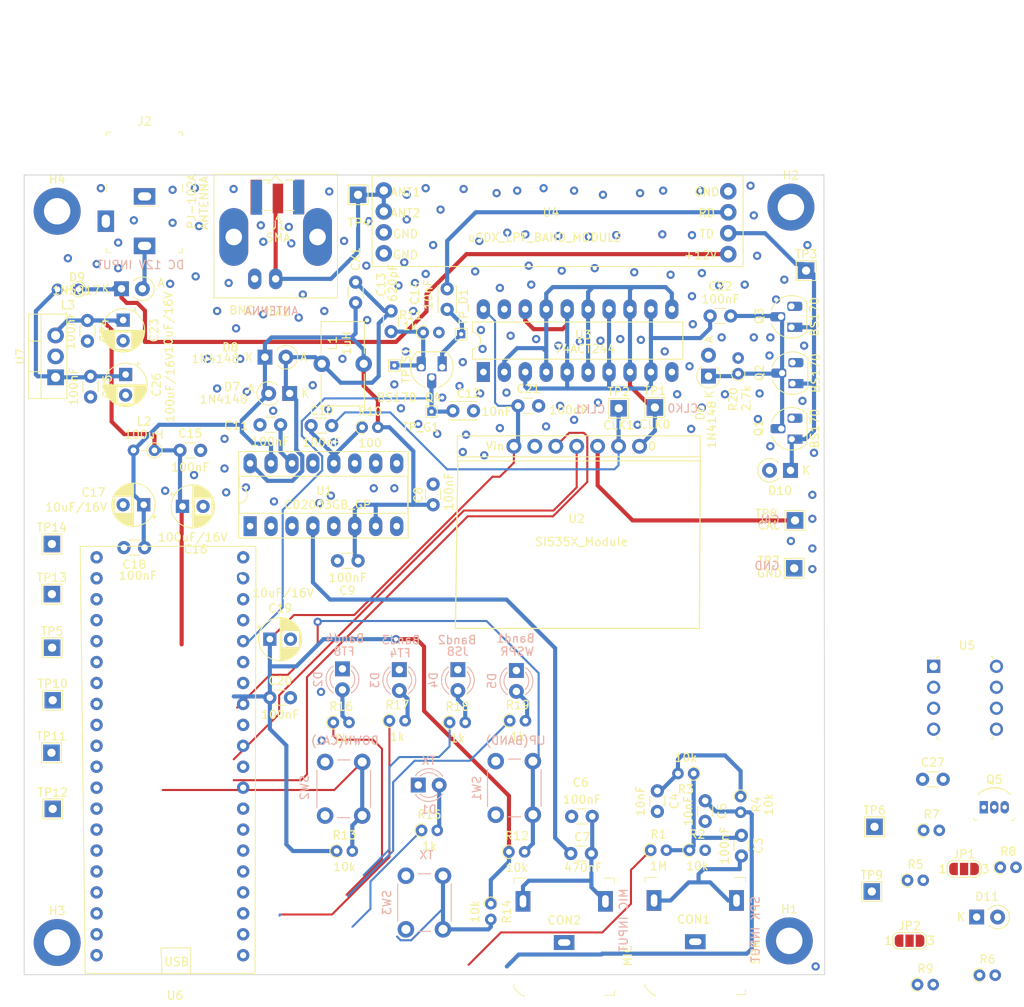
<source format=kicad_pcb>
(kicad_pcb (version 20171130) (host pcbnew "(5.1.9)-1")
  (layers (0 F.Cu signal) (31 B.Cu signal) (34 B.Paste user) (35 F.Paste user hide) (36 B.SilkS user) (37 F.SilkS user) (38 B.Mask user) (39 F.Mask user hide) (44 Edge.Cuts user))
  (net 0 "")
  (net 1 GNDPWR)
  (net 2 +5V)
  (net 3 "Net-(C6-Pad1)")
  (net 4 FSK)
  (net 5 RXA)
  (net 6 "Net-(C11-Pad2)")
  (net 7 RX)
  (net 8 RXSW)
  (net 9 RX_OSC)
  (net 10 "Net-(C21-Pad1)")
  (net 11 "Net-(D1-Pad2)")
  (net 12 "Net-(D2-Pad2)")
  (net 13 "Net-(D3-Pad2)")
  (net 14 "Net-(D4-Pad2)")
  (net 15 "Net-(D5-Pad2)")
  (net 16 "Net-(D9-Pad2)")
  (net 17 "Net-(J1-Pad1)")
  (net 18 "Net-(J2-Pad3)")
  (net 19 TD_IN)
  (net 20 +3.3V)
  (net 21 "Net-(R6-Pad1)")
  (net 22 SW1)
  (net 23 SW2)
  (net 24 "Net-(TP1-Pad1)")
  (net 25 "Net-(U1-Pad8)")
  (net 26 "Net-(U1-Pad13)")
  (net 27 "Net-(U1-Pad11)")
  (net 28 "Net-(U1-Pad3)")
  (net 29 "Net-(U1-Pad10)")
  (net 30 SCL)
  (net 31 SDA)
  (net 32 SW3)
  (net 33 "Net-(C3-Pad2)")
  (net 34 "Net-(C3-Pad1)")
  (net 35 "Net-(C4-Pad1)")
  (net 36 "Net-(C13-Pad1)")
  (net 37 "Net-(C10-Pad2)")
  (net 38 "Net-(C17-Pad1)")
  (net 39 "Net-(C22-Pad2)")
  (net 40 "Net-(C22-Pad1)")
  (net 41 "Net-(C5-Pad1)")
  (net 42 "Net-(C10-Pad1)")
  (net 43 "Net-(C13-Pad2)")
  (net 44 "Net-(C14-Pad1)")
  (net 45 "Net-(C25-Pad1)")
  (net 46 "Net-(CON1-Pad2)")
  (net 47 "Net-(D9-Pad1)")
  (net 48 "Net-(D11-Pad2)")
  (net 49 "Net-(JP1-Pad3)")
  (net 50 "Net-(JP1-Pad1)")
  (net 51 "Net-(JP2-Pad3)")
  (net 52 "Net-(JP2-Pad1)")
  (net 53 TXLED)
  (net 54 FT8LED)
  (net 55 FT4LED)
  (net 56 JS8LED)
  (net 57 WSPRLED)
  (net 58 "Net-(TP5-Pad1)")
  (net 59 CAL)
  (net 60 "Net-(TP13-Pad1)")
  (net 61 "Net-(TP14-Pad1)")
  (net 62 "Net-(U6-Pad39)")
  (net 63 "Net-(U6-Pad37)")
  (net 64 "Net-(U6-Pad35)")
  (net 65 "Net-(U6-Pad34)")
  (net 66 "Net-(U6-Pad31)")
  (net 67 "Net-(U6-Pad30)")
  (net 68 "Net-(U6-Pad29)")
  (net 69 "Net-(U6-Pad27)")
  (net 70 "Net-(U6-Pad26)")
  (net 71 "Net-(U6-Pad25)")
  (net 72 "Net-(U6-Pad24)")
  (net 73 "Net-(U6-Pad19)")
  (net 74 "Net-(U6-Pad2)")
  (net 75 "Net-(U6-Pad1)")
  (module TestPoint:TestPoint_THTPad_2.0x2.0mm_Drill1.0mm (layer F.Cu) (at 153.64 24.6)
    (fp_text reference TP3 (at 0 -1.998) (layer F.SilkS))
    (fp_text value TestPoint)
    (pad 1 thru_hole rect (at 0 0) (size 2 2) (drill 1) (layers *.Cu *.Mask) (net 19 TD_IN))
  )
  (module Package_TO_SOT_THT:TO-220-3_Vertical (layer F.Cu) (at 62.61 37.54 90)
    (fp_text reference U7 (at 2.54 -4.27 90) (layer F.SilkS))
    (fp_text value LM7805)
    (pad 3 thru_hole oval (at 5.08 0 90) (size 1.905 2) (drill 1.1) (layers *.Cu *.Mask) (net 2 +5V))
    (pad 2 thru_hole oval (at 2.54 0 90) (size 1.905 2) (drill 1.1) (layers *.Cu *.Mask) (net 1 GNDPWR))
    (pad 1 thru_hole rect (at 0 0 90) (size 1.905 2) (drill 1.1) (layers *.Cu *.Mask) (net 45 "Net-(C25-Pad1)"))
  )
  (module RPI_PICO:RPI_PICO (layer F.Cu) (at 62.5 107.64 180)
    (fp_text reference U6 (at -14.6 -4.9) (layer F.SilkS))
    (fp_text value RP2040_PICO)
    (fp_text user USB (at -14.8 -0.8) (layer F.SilkS))
    (pad 40 thru_hole circle (at -5.08 0 180) (size 1.5 1.5) (drill 0.762) (layers *.Cu *.Mask) (net 2 +5V))
    (pad 39 thru_hole circle (at -5.08 2.54 180) (size 1.5 1.5) (drill 0.762) (layers *.Cu *.Mask) (net 62 "Net-(U6-Pad39)"))
    (pad 38 thru_hole circle (at -5.08 5.08 180) (size 1.5 1.5) (drill 0.762) (layers *.Cu *.Mask) (net 1 GNDPWR))
    (pad 37 thru_hole circle (at -5.08 7.62 180) (size 1.5 1.5) (drill 0.762) (layers *.Cu *.Mask) (net 63 "Net-(U6-Pad37)"))
    (pad 36 thru_hole circle (at -5.08 10.16 180) (size 1.5 1.5) (drill 0.762) (layers *.Cu *.Mask) (net 20 +3.3V))
    (pad 35 thru_hole circle (at -5.08 12.7 180) (size 1.5 1.5) (drill 0.762) (layers *.Cu *.Mask) (net 64 "Net-(U6-Pad35)"))
    (pad 34 thru_hole circle (at -5.08 15.24 180) (size 1.5 1.5) (drill 0.762) (layers *.Cu *.Mask) (net 65 "Net-(U6-Pad34)"))
    (pad 33 thru_hole circle (at -5.08 17.78 180) (size 1.5 1.5) (drill 0.762) (layers *.Cu *.Mask) (net 1 GNDPWR))
    (pad 32 thru_hole circle (at -5.08 20.32 180) (size 1.5 1.5) (drill 0.762) (layers *.Cu *.Mask) (net 4 FSK))
    (pad 31 thru_hole circle (at -5.08 22.86 180) (size 1.5 1.5) (drill 0.762) (layers *.Cu *.Mask) (net 66 "Net-(U6-Pad31)"))
    (pad 30 thru_hole circle (at -5.08 25.4 180) (size 1.5 1.5) (drill 0.762) (layers *.Cu *.Mask) (net 67 "Net-(U6-Pad30)"))
    (pad 29 thru_hole circle (at -5.08 27.94 180) (size 1.5 1.5) (drill 0.762) (layers *.Cu *.Mask) (net 68 "Net-(U6-Pad29)"))
    (pad 28 thru_hole circle (at -5.08 30.48 180) (size 1.5 1.5) (drill 0.762) (layers *.Cu *.Mask) (net 1 GNDPWR))
    (pad 27 thru_hole circle (at -5.08 33.02 180) (size 1.5 1.5) (drill 0.762) (layers *.Cu *.Mask) (net 69 "Net-(U6-Pad27)"))
    (pad 26 thru_hole circle (at -5.08 35.56 180) (size 1.5 1.5) (drill 0.762) (layers *.Cu *.Mask) (net 70 "Net-(U6-Pad26)"))
    (pad 25 thru_hole circle (at -5.08 38.1 180) (size 1.5 1.5) (drill 0.762) (layers *.Cu *.Mask) (net 71 "Net-(U6-Pad25)"))
    (pad 24 thru_hole circle (at -5.08 40.64 180) (size 1.5 1.5) (drill 0.762) (layers *.Cu *.Mask) (net 72 "Net-(U6-Pad24)"))
    (pad 23 thru_hole circle (at -5.08 43.18 180) (size 1.5 1.5) (drill 0.762) (layers *.Cu *.Mask) (net 1 GNDPWR))
    (pad 22 thru_hole circle (at -5.08 45.72 180) (size 1.5 1.5) (drill 0.762) (layers *.Cu *.Mask) (net 30 SCL))
    (pad 21 thru_hole circle (at -5.08 48.26 180) (size 1.5 1.5) (drill 0.762) (layers *.Cu *.Mask) (net 31 SDA))
    (pad 20 thru_hole circle (at -22.86 48.26 180) (size 1.5 1.5) (drill 0.762) (layers *.Cu *.Mask) (net 58 "Net-(TP5-Pad1)"))
    (pad 19 thru_hole circle (at -22.86 45.72 180) (size 1.5 1.5) (drill 0.762) (layers *.Cu *.Mask) (net 73 "Net-(U6-Pad19)"))
    (pad 18 thru_hole circle (at -22.86 43.18 180) (size 1.5 1.5) (drill 0.762) (layers *.Cu *.Mask) (net 1 GNDPWR))
    (pad 17 thru_hole circle (at -22.86 40.64 180) (size 1.5 1.5) (drill 0.762) (layers *.Cu *.Mask) (net 61 "Net-(TP14-Pad1)"))
    (pad 16 thru_hole circle (at -22.86 38.1 180) (size 1.5 1.5) (drill 0.762) (layers *.Cu *.Mask) (net 60 "Net-(TP13-Pad1)"))
    (pad 15 thru_hole circle (at -22.86 35.56 180) (size 1.5 1.5) (drill 0.762) (layers *.Cu *.Mask) (net 23 SW2))
    (pad 14 thru_hole circle (at -22.86 33.02 180) (size 1.5 1.5) (drill 0.762) (layers *.Cu *.Mask) (net 22 SW1))
    (pad 13 thru_hole circle (at -22.86 30.48 180) (size 1.5 1.5) (drill 0.762) (layers *.Cu *.Mask) (net 1 GNDPWR))
    (pad 12 thru_hole circle (at -22.86 27.94 180) (size 1.5 1.5) (drill 0.762) (layers *.Cu *.Mask) (net 59 CAL))
    (pad 11 thru_hole circle (at -22.86 25.4 180) (size 1.5 1.5) (drill 0.762) (layers *.Cu *.Mask) (net 32 SW3))
    (pad 10 thru_hole circle (at -22.86 22.86 180) (size 1.5 1.5) (drill 0.762) (layers *.Cu *.Mask) (net 57 WSPRLED))
    (pad 9 thru_hole circle (at -22.86 20.32 180) (size 1.5 1.5) (drill 0.762) (layers *.Cu *.Mask) (net 56 JS8LED))
    (pad 8 thru_hole circle (at -22.86 17.78 180) (size 1.5 1.5) (drill 0.762) (layers *.Cu *.Mask) (net 1 GNDPWR))
    (pad 7 thru_hole circle (at -22.86 15.24 180) (size 1.5 1.5) (drill 0.762) (layers *.Cu *.Mask) (net 55 FT4LED))
    (pad 6 thru_hole circle (at -22.86 12.7 180) (size 1.5 1.5) (drill 0.762) (layers *.Cu *.Mask) (net 54 FT8LED))
    (pad 5 thru_hole circle (at -22.86 10.16 180) (size 1.5 1.5) (drill 0.762) (layers *.Cu *.Mask) (net 53 TXLED))
    (pad 4 thru_hole circle (at -22.86 7.62 180) (size 1.5 1.5) (drill 0.762) (layers *.Cu *.Mask) (net 8 RXSW))
    (pad 3 thru_hole circle (at -22.86 5.08 180) (size 1.5 1.5) (drill 0.762) (layers *.Cu *.Mask) (net 1 GNDPWR))
    (pad 2 thru_hole circle (at -22.86 2.54 180) (size 1.5 1.5) (drill 0.762) (layers *.Cu *.Mask) (net 74 "Net-(U6-Pad2)"))
    (pad 1 thru_hole circle (at -22.86 0 180) (size 1.5 1.5) (drill 0.762) (layers *.Cu *.Mask) (net 75 "Net-(U6-Pad1)"))
  )
  (module digikey-footprints:DIP-8_W7.62mm (layer F.Cu) (at 169.11 72.6)
    (fp_text reference U5 (at 4.05 -2.52) (layer F.SilkS))
    (fp_text value LM393N_LTB)
    (pad 8 thru_hole circle (at 7.62 0) (size 1.6 1.6) (drill 1) (layers *.Cu *.Mask) (net 20 +3.3V))
    (pad 7 thru_hole circle (at 7.62 2.54) (size 1.6 1.6) (drill 1) (layers *.Cu *.Mask))
    (pad 6 thru_hole circle (at 7.62 5.08) (size 1.6 1.6) (drill 1) (layers *.Cu *.Mask))
    (pad 5 thru_hole circle (at 7.62 7.62) (size 1.6 1.6) (drill 1) (layers *.Cu *.Mask))
    (pad 4 thru_hole circle (at 0 7.62) (size 1.6 1.6) (drill 1) (layers *.Cu *.Mask) (net 1 GNDPWR))
    (pad 3 thru_hole circle (at 0 5.08) (size 1.6 1.6) (drill 1) (layers *.Cu *.Mask) (net 1 GNDPWR))
    (pad 2 thru_hole circle (at 0 2.54) (size 1.6 1.6) (drill 1) (layers *.Cu *.Mask) (net 21 "Net-(R6-Pad1)"))
    (pad 1 thru_hole rect (at 0 0) (size 1.6 1.6) (drill 1) (layers *.Cu *.Mask) (net 51 "Net-(JP2-Pad3)"))
  )
  (module TestPoint:TestPoint_THTPad_2.0x2.0mm_Drill1.0mm (layer F.Cu) (at 62.16 57.76)
    (fp_text reference TP14 (at 0 -1.998) (layer F.SilkS))
    (fp_text value UART_TX)
    (pad 1 thru_hole rect (at 0 0) (size 2 2) (drill 1) (layers *.Cu *.Mask) (net 61 "Net-(TP14-Pad1)"))
  )
  (module TestPoint:TestPoint_THTPad_2.0x2.0mm_Drill1.0mm (layer F.Cu) (at 62.16 63.84)
    (fp_text reference TP13 (at 0 -1.998) (layer F.SilkS))
    (fp_text value UART_RX)
    (pad 1 thru_hole rect (at 0 0) (size 2 2) (drill 1) (layers *.Cu *.Mask) (net 60 "Net-(TP13-Pad1)"))
  )
  (module TestPoint:TestPoint_THTPad_2.0x2.0mm_Drill1.0mm (layer F.Cu) (at 62.26 89.89)
    (fp_text reference TP12 (at 0 -1.998) (layer F.SilkS))
    (fp_text value CW)
    (pad 1 thru_hole rect (at 0 0) (size 2 2) (drill 1) (layers *.Cu *.Mask) (net 32 SW3))
  )
  (module TestPoint:TestPoint_THTPad_2.0x2.0mm_Drill1.0mm (layer F.Cu) (at 62.11 83.08)
    (fp_text reference TP11 (at 0 -1.998) (layer F.SilkS))
    (fp_text value CLK)
    (pad 1 thru_hole rect (at 0 0) (size 2 2) (drill 1) (layers *.Cu *.Mask) (net 23 SW2))
  )
  (module TestPoint:TestPoint_THTPad_2.0x2.0mm_Drill1.0mm (layer F.Cu) (at 62.26 76.71)
    (fp_text reference TP10 (at 0 -1.998) (layer F.SilkS))
    (fp_text value BT)
    (pad 1 thru_hole rect (at 0 0) (size 2 2) (drill 1) (layers *.Cu *.Mask) (net 22 SW1))
  )
  (module TestPoint:TestPoint_THTPad_2.0x2.0mm_Drill1.0mm (layer F.Cu) (at 161.61 99.91)
    (fp_text reference TP9 (at 0 -1.998) (layer F.SilkS))
    (fp_text value AF)
    (pad 1 thru_hole rect (at 0 0) (size 2 2) (drill 1) (layers *.Cu *.Mask) (net 33 "Net-(C3-Pad2)"))
  )
  (module TestPoint:TestPoint_THTPad_2.0x2.0mm_Drill1.0mm (layer F.Cu) (at 161.94 92.06)
    (fp_text reference TP6 (at 0 -1.998) (layer F.SilkS))
    (fp_text value CW)
    (pad 1 thru_hole rect (at 0 0) (size 2 2) (drill 1) (layers *.Cu *.Mask) (net 46 "Net-(CON1-Pad2)"))
  )
  (module TestPoint:TestPoint_THTPad_2.0x2.0mm_Drill1.0mm (layer F.Cu) (at 62.19 70.34)
    (fp_text reference TP5 (at 0 -1.998) (layer F.SilkS))
    (fp_text value ATU)
    (pad 1 thru_hole rect (at 0 0) (size 2 2) (drill 1) (layers *.Cu *.Mask) (net 58 "Net-(TP5-Pad1)"))
  )
  (module Resistor_THT:R_Axial_DIN0204_L3.6mm_D1.6mm_P1.90mm_Vertical (layer F.Cu) (at 167.16 111.2)
    (fp_text reference R9 (at 0.95 -1.92) (layer F.SilkS))
    (fp_text value 100k)
    (pad 2 thru_hole oval (at 1.9 0) (size 1.4 1.4) (drill 0.7) (layers *.Cu *.Mask) (net 1 GNDPWR))
    (pad 1 thru_hole circle (at 0 0) (size 1.4 1.4) (drill 0.7) (layers *.Cu *.Mask) (net 49 "Net-(JP1-Pad3)"))
  )
  (module Resistor_THT:R_Axial_DIN0204_L3.6mm_D1.6mm_P1.90mm_Vertical (layer F.Cu) (at 177.2 96.98)
    (fp_text reference R8 (at 0.95 -1.92) (layer F.SilkS))
    (fp_text value 1k)
    (pad 2 thru_hole oval (at 1.9 0) (size 1.4 1.4) (drill 0.7) (layers *.Cu *.Mask) (net 52 "Net-(JP2-Pad1)"))
    (pad 1 thru_hole circle (at 0 0) (size 1.4 1.4) (drill 0.7) (layers *.Cu *.Mask) (net 20 +3.3V))
  )
  (module Resistor_THT:R_Axial_DIN0204_L3.6mm_D1.6mm_P1.90mm_Vertical (layer F.Cu) (at 167.9 92.49)
    (fp_text reference R7 (at 0.95 -1.92) (layer F.SilkS))
    (fp_text value 10k)
    (pad 2 thru_hole oval (at 1.9 0) (size 1.4 1.4) (drill 0.7) (layers *.Cu *.Mask) (net 51 "Net-(JP2-Pad3)"))
    (pad 1 thru_hole circle (at 0 0) (size 1.4 1.4) (drill 0.7) (layers *.Cu *.Mask) (net 20 +3.3V))
  )
  (module Resistor_THT:R_Axial_DIN0204_L3.6mm_D1.6mm_P1.90mm_Vertical (layer F.Cu) (at 174.68 110.06)
    (fp_text reference R6 (at 0.95 -1.92) (layer F.SilkS))
    (fp_text value 1k)
    (pad 2 thru_hole oval (at 1.9 0) (size 1.4 1.4) (drill 0.7) (layers *.Cu *.Mask) (net 48 "Net-(D11-Pad2)"))
    (pad 1 thru_hole circle (at 0 0) (size 1.4 1.4) (drill 0.7) (layers *.Cu *.Mask) (net 21 "Net-(R6-Pad1)"))
  )
  (module Resistor_THT:R_Axial_DIN0204_L3.6mm_D1.6mm_P1.90mm_Vertical (layer F.Cu) (at 165.95 98.55)
    (fp_text reference R5 (at 0.95 -1.92) (layer F.SilkS))
    (fp_text value 1k)
    (pad 2 thru_hole oval (at 1.9 0) (size 1.4 1.4) (drill 0.7) (layers *.Cu *.Mask) (net 50 "Net-(JP1-Pad1)"))
    (pad 1 thru_hole circle (at 0 0) (size 1.4 1.4) (drill 0.7) (layers *.Cu *.Mask) (net 48 "Net-(D11-Pad2)"))
  )
  (module digikey-footprints:TO-92-3 (layer F.Cu) (at 175.19 89.69)
    (fp_text reference Q5 (at 1.27 -3.35) (layer F.SilkS))
    (fp_text value BS170)
    (pad 1 thru_hole rect (at 0 0 180) (size 1 1.5) (drill 0.55) (layers *.Cu *.Mask) (net 52 "Net-(JP2-Pad1)"))
    (pad 3 thru_hole oval (at 2.54 0 180) (size 1 1.5) (drill 0.55) (layers *.Cu *.Mask) (net 1 GNDPWR))
    (pad 2 thru_hole oval (at 1.27 0 180) (size 1 1.5) (drill 0.55) (layers *.Cu *.Mask) (net 49 "Net-(JP1-Pad3)"))
  )
  (module Resistor_THT:R_Axial_DIN0204_L3.6mm_D1.6mm_P2.54mm_Vertical (layer F.Cu) (at 65.38 26.87 180)
    (fp_text reference L3 (at 1.27 -1.92) (layer F.SilkS))
    (fp_text value 100uH)
    (pad 2 thru_hole oval (at 2.54 0 180) (size 1.4 1.4) (drill 0.7) (layers *.Cu *.Mask) (net 45 "Net-(C25-Pad1)"))
    (pad 1 thru_hole circle (at 0 0 180) (size 1.4 1.4) (drill 0.7) (layers *.Cu *.Mask) (net 47 "Net-(D9-Pad1)"))
  )
  (module Jumper:SolderJumper-3_P1.3mm_Open_RoundedPad1.0x1.5mm_NumberLabels (layer F.Cu) (at 166.19 105.88)
    (fp_text reference JP2 (at 0 -1.8) (layer F.SilkS))
    (fp_text value "T_O SLCT2")
    (fp_text user 1 (at -2.6 0) (layer F.SilkS))
    (fp_text user 3 (at 2.6 0) (layer F.SilkS))
    (pad 2 smd rect (at 0 0) (size 1 1.5) (layers F.Cu F.Mask) (net 4 FSK))
    (pad 3 smd custom (at 1.3 0) (size 1 0.5) (layers F.Cu F.Mask) (net 51 "Net-(JP2-Pad3)") (options (clearance outline) (anchor rect)) (primitives (gr_circle (center 0 0.25) (end 0.5 0.25) (width 0)) (gr_circle (center 0 -0.25) (end 0.5 -0.25) (width 0)) (gr_poly (pts (xy -0.55 -0.75) (xy 0 -0.75) (xy 0 0.75) (xy -0.55 0.75)) (width 0))))
    (pad 1 smd custom (at -1.3 0) (size 1 0.5) (layers F.Cu F.Mask) (net 52 "Net-(JP2-Pad1)") (options (clearance outline) (anchor rect)) (primitives (gr_circle (center 0 0.25) (end 0.5 0.25) (width 0)) (gr_circle (center 0 -0.25) (end 0.5 -0.25) (width 0)) (gr_poly (pts (xy 0.55 -0.75) (xy 0 -0.75) (xy 0 0.75) (xy 0.55 0.75)) (width 0))))
  )
  (module Jumper:SolderJumper-3_P1.3mm_Open_RoundedPad1.0x1.5mm_NumberLabels (layer F.Cu) (at 172.8 97.18)
    (fp_text reference JP1 (at 0 -1.8) (layer F.SilkS))
    (fp_text value "T_O SLCT1")
    (fp_text user 1 (at -2.6 0) (layer F.SilkS))
    (fp_text user 3 (at 2.6 0) (layer F.SilkS))
    (pad 2 smd rect (at 0 0) (size 1 1.5) (layers F.Cu F.Mask) (net 41 "Net-(C5-Pad1)"))
    (pad 3 smd custom (at 1.3 0) (size 1 0.5) (layers F.Cu F.Mask) (net 49 "Net-(JP1-Pad3)") (options (clearance outline) (anchor rect)) (primitives (gr_circle (center 0 0.25) (end 0.5 0.25) (width 0)) (gr_circle (center 0 -0.25) (end 0.5 -0.25) (width 0)) (gr_poly (pts (xy -0.55 -0.75) (xy 0 -0.75) (xy 0 0.75) (xy -0.55 0.75)) (width 0))))
    (pad 1 smd custom (at -1.3 0) (size 1 0.5) (layers F.Cu F.Mask) (net 50 "Net-(JP1-Pad1)") (options (clearance outline) (anchor rect)) (primitives (gr_circle (center 0 0.25) (end 0.5 0.25) (width 0)) (gr_circle (center 0 -0.25) (end 0.5 -0.25) (width 0)) (gr_poly (pts (xy 0.55 -0.75) (xy 0 -0.75) (xy 0 0.75) (xy 0.55 0.75)) (width 0))))
  )
  (module Diode_THT:D_A-405_P2.54mm_Vertical_KathodeUp (layer F.Cu) (at 174.33 103.01)
    (fp_text reference D11 (at 1.27 -2.47) (layer F.SilkS))
    (fp_text value 1N34)
    (fp_text user K (at -1.9 0) (layer F.SilkS))
    (pad 2 thru_hole oval (at 2.54 0) (size 1.8 1.8) (drill 0.9) (layers *.Cu *.Mask) (net 48 "Net-(D11-Pad2)"))
    (pad 1 thru_hole rect (at 0 0) (size 1.8 1.8) (drill 0.9) (layers *.Cu *.Mask) (net 1 GNDPWR))
  )
  (module Diode_THT:D_A-405_P2.54mm_Vertical_KathodeUp (layer F.Cu) (at 151.75 48.83 180)
    (fp_text reference D10 (at 1.27 -2.47) (layer F.SilkS))
    (fp_text value 1N4756)
    (fp_text user K (at -1.9 0) (layer F.SilkS))
    (pad 2 thru_hole oval (at 2.54 0 180) (size 1.8 1.8) (drill 0.9) (layers *.Cu *.Mask) (net 1 GNDPWR))
    (pad 1 thru_hole rect (at 0 0 180) (size 1.8 1.8) (drill 0.9) (layers *.Cu *.Mask) (net 19 TD_IN))
  )
  (module Capacitor_THT:C_Disc_D3.0mm_W1.6mm_P2.50mm (layer F.Cu) (at 167.77 86.3)
    (fp_text reference C27 (at 1.25 -2.05) (layer F.SilkS))
    (fp_text value 100nF)
    (pad 2 thru_hole circle (at 2.5 0) (size 1.6 1.6) (drill 0.8) (layers *.Cu *.Mask) (net 20 +3.3V))
    (pad 1 thru_hole circle (at 0 0) (size 1.6 1.6) (drill 0.8) (layers *.Cu *.Mask) (net 1 GNDPWR))
  )
  (module Button_Switch_THT:SW_PUSH_6mm (layer B.Cu) (at 105.1 98 270)
    (fp_text reference SW3 (at 3.25 2.3 90) (layer B.SilkS) (effects (justify mirror)))
    (fp_text value TX (at -2.5 -2.5 180) (layer B.SilkS) (effects (justify mirror)))
    (pad 1 thru_hole circle (at 6.5 0 180) (size 2 2) (drill 1.1) (layers *.Cu *.Mask) (net 1 GNDPWR))
    (pad 2 thru_hole circle (at 6.5 -4.5 180) (size 2 2) (drill 1.1) (layers *.Cu *.Mask) (net 32 SW3))
    (pad 1 thru_hole circle (at 0 0 180) (size 2 2) (drill 1.1) (layers *.Cu *.Mask) (net 1 GNDPWR))
    (pad 2 thru_hole circle (at 0 -4.5 180) (size 2 2) (drill 1.1) (layers *.Cu *.Mask) (net 32 SW3))
  )
  (module Resistor_THT:R_Axial_DIN0204_L3.6mm_D1.6mm_P1.90mm_Vertical (layer F.Cu) (at 115.4 101.4 270)
    (fp_text reference R14 (at 0.95 -1.92 90) (layer F.SilkS))
    (fp_text value 10k (at 0.95 1.92 90) (layer F.SilkS))
    (pad 2 thru_hole oval (at 1.9 0 270) (size 1.4 1.4) (drill 0.7) (layers *.Cu *.Mask) (net 32 SW3))
    (pad 1 thru_hole circle (at 0 0 270) (size 1.4 1.4) (drill 0.7) (layers *.Cu *.Mask) (net 2 +5V))
  )
  (module TestPoint:TestPoint_THTPad_1.0x1.0mm_Drill0.5mm (layer F.Cu) (at 103.7 36.1 270)
    (fp_text reference TP_S1 (at 0 -1.448 90) (layer F.SilkS))
    (fp_text value " ")
    (pad 1 thru_hole rect (at 0 0 270) (size 1 1) (drill 0.5) (layers *.Cu *.Mask) (net 36 "Net-(C13-Pad1)"))
  )
  (module TestPoint:TestPoint_THTPad_1.0x1.0mm_Drill0.5mm (layer F.Cu) (at 108.2 41.7 180)
    (fp_text reference TP_G1 (at 1.3 -1.9) (layer F.SilkS))
    (fp_text value " ")
    (pad 1 thru_hole rect (at 0 0 180) (size 1 1) (drill 0.5) (layers *.Cu *.Mask) (net 8 RXSW))
  )
  (module TestPoint:TestPoint_THTPad_1.0x1.0mm_Drill0.5mm (layer F.Cu) (at 111.8 32.3 90)
    (fp_text reference TP_D1 (at 3.3 0.3 90) (layer F.SilkS))
    (fp_text value " ")
    (pad 1 thru_hole rect (at 0 0 90) (size 1 1) (drill 0.5) (layers *.Cu *.Mask) (net 44 "Net-(C14-Pad1)"))
  )
  (module TestPoint:TestPoint_THTPad_2.0x2.0mm_Drill1.0mm (layer F.Cu) (at 152.3 54.9)
    (fp_text reference TP8 (at -3.5 -0.8) (layer F.SilkS))
    (fp_text value CAL (at -3.2 0.6) (layer F.SilkS))
    (pad 1 thru_hole rect (at 0 0) (size 2 2) (drill 1) (layers *.Cu *.Mask) (net 59 CAL))
  )
  (module TestPoint:TestPoint_THTPad_2.0x2.0mm_Drill1.0mm (layer F.Cu) (at 152.2 60.7)
    (fp_text reference TP7 (at -3.1 -0.9) (layer F.SilkS))
    (fp_text value GND (at -3 0.6) (layer F.SilkS))
    (pad 1 thru_hole rect (at 0 0) (size 2 2) (drill 1) (layers *.Cu *.Mask) (net 1 GNDPWR))
  )
  (module TestPoint:TestPoint_THTPad_2.0x2.0mm_Drill1.0mm (layer F.Cu) (at 99.3 15.4)
    (fp_text reference TP4 (at 0.1 3.4) (layer F.SilkS))
    (fp_text value TestPoint)
    (pad 1 thru_hole rect (at 0 0) (size 2 2) (drill 1) (layers *.Cu *.Mask) (net 17 "Net-(J1-Pad1)"))
  )
  (module TestPoint:TestPoint_THTPad_2.0x2.0mm_Drill1.0mm (layer F.Cu) (at 130.9 41.3)
    (fp_text reference TP2 (at 0 -1.998) (layer F.SilkS))
    (fp_text value CLK1 (at 0 2.05) (layer F.SilkS))
    (pad 1 thru_hole rect (at 0 0) (size 2 2) (drill 1) (layers *.Cu *.Mask) (net 9 RX_OSC))
  )
  (module TestPoint:TestPoint_THTPad_2.0x2.0mm_Drill1.0mm (layer F.Cu) (at 135.3 41.2)
    (fp_text reference TP1 (at 0 -1.998) (layer F.SilkS))
    (fp_text value CLK0 (at 0 2.05) (layer F.SilkS))
    (pad 1 thru_hole rect (at 0 0) (size 2 2) (drill 1) (layers *.Cu *.Mask) (net 24 "Net-(TP1-Pad1)"))
  )
  (module Resistor_THT:R_Axial_DIN0204_L3.6mm_D1.6mm_P1.90mm_Vertical (layer F.Cu) (at 99.8 43.6)
    (fp_text reference R10 (at 0.95 -1.92) (layer F.SilkS))
    (fp_text value 100 (at 0.95 1.92) (layer F.SilkS))
    (pad 2 thru_hole oval (at 1.9 0) (size 1.4 1.4) (drill 0.7) (layers *.Cu *.Mask) (net 38 "Net-(C17-Pad1)"))
    (pad 1 thru_hole circle (at 0 0) (size 1.4 1.4) (drill 0.7) (layers *.Cu *.Mask) (net 42 "Net-(C10-Pad1)"))
  )
  (module Resistor_THT:R_Axial_DIN0204_L3.6mm_D1.6mm_P1.90mm_Vertical (layer F.Cu) (at 107.2 32.1)
    (fp_text reference R11 (at -1.5 -2.1) (layer F.SilkS))
    (fp_text value 1k (at -1.6 -0.8) (layer F.SilkS))
    (pad 2 thru_hole oval (at 1.9 0) (size 1.4 1.4) (drill 0.7) (layers *.Cu *.Mask) (net 1 GNDPWR))
    (pad 1 thru_hole circle (at 0 0) (size 1.4 1.4) (drill 0.7) (layers *.Cu *.Mask) (net 36 "Net-(C13-Pad1)"))
  )
  (module Resistor_THT:R_Axial_DIN0204_L3.6mm_D1.6mm_P1.90mm_Vertical (layer F.Cu) (at 145.4 37.1 90)
    (fp_text reference R20 (at -3.1 -0.6 90) (layer F.SilkS))
    (fp_text value 2.7k (at -3 1 90) (layer F.SilkS))
    (pad 2 thru_hole oval (at 1.9 0 90) (size 1.4 1.4) (drill 0.7) (layers *.Cu *.Mask) (net 1 GNDPWR))
    (pad 1 thru_hole circle (at 0 0 90) (size 1.4 1.4) (drill 0.7) (layers *.Cu *.Mask) (net 40 "Net-(C22-Pad1)"))
  )
  (module Resistor_THT:R_Axial_DIN0204_L3.6mm_D1.6mm_P1.90mm_Vertical (layer F.Cu) (at 96.7 95)
    (fp_text reference R13 (at 0.95 -1.92) (layer F.SilkS))
    (fp_text value 10k (at 0.95 1.92) (layer F.SilkS))
    (pad 2 thru_hole oval (at 1.9 0) (size 1.4 1.4) (drill 0.7) (layers *.Cu *.Mask) (net 23 SW2))
    (pad 1 thru_hole circle (at 0 0) (size 1.4 1.4) (drill 0.7) (layers *.Cu *.Mask) (net 2 +5V))
  )
  (module Resistor_THT:R_Axial_DIN0204_L3.6mm_D1.6mm_P1.90mm_Vertical (layer F.Cu) (at 117.6 95.1)
    (fp_text reference R12 (at 0.95 -1.92) (layer F.SilkS))
    (fp_text value 10k (at 0.95 1.92) (layer F.SilkS))
    (pad 2 thru_hole oval (at 1.9 0) (size 1.4 1.4) (drill 0.7) (layers *.Cu *.Mask) (net 22 SW1))
    (pad 1 thru_hole circle (at 0 0) (size 1.4 1.4) (drill 0.7) (layers *.Cu *.Mask) (net 2 +5V))
  )
  (module Resistor_THT:R_Axial_DIN0204_L3.6mm_D1.6mm_P1.90mm_Vertical (layer F.Cu) (at 117.7 79.2)
    (fp_text reference R19 (at 0.95 -1.92) (layer F.SilkS))
    (fp_text value 1k (at 0.95 1.92) (layer F.SilkS))
    (pad 2 thru_hole oval (at 1.9 0) (size 1.4 1.4) (drill 0.7) (layers *.Cu *.Mask) (net 15 "Net-(D5-Pad2)"))
    (pad 1 thru_hole circle (at 0 0) (size 1.4 1.4) (drill 0.7) (layers *.Cu *.Mask) (net 57 WSPRLED))
  )
  (module Resistor_THT:R_Axial_DIN0204_L3.6mm_D1.6mm_P1.90mm_Vertical (layer F.Cu) (at 110.4 79.4)
    (fp_text reference R18 (at 0.95 -1.92) (layer F.SilkS))
    (fp_text value 1k (at 0.95 1.92) (layer F.SilkS))
    (pad 2 thru_hole oval (at 1.9 0) (size 1.4 1.4) (drill 0.7) (layers *.Cu *.Mask) (net 14 "Net-(D4-Pad2)"))
    (pad 1 thru_hole circle (at 0 0) (size 1.4 1.4) (drill 0.7) (layers *.Cu *.Mask) (net 56 JS8LED))
  )
  (module Resistor_THT:R_Axial_DIN0204_L3.6mm_D1.6mm_P1.90mm_Vertical (layer F.Cu) (at 103.1 79.2)
    (fp_text reference R17 (at 0.95 -1.92) (layer F.SilkS))
    (fp_text value 1k (at 0.95 1.92) (layer F.SilkS))
    (pad 2 thru_hole oval (at 1.9 0) (size 1.4 1.4) (drill 0.7) (layers *.Cu *.Mask) (net 13 "Net-(D3-Pad2)"))
    (pad 1 thru_hole circle (at 0 0) (size 1.4 1.4) (drill 0.7) (layers *.Cu *.Mask) (net 55 FT4LED))
  )
  (module Resistor_THT:R_Axial_DIN0204_L3.6mm_D1.6mm_P1.90mm_Vertical (layer F.Cu) (at 96.3 79.4)
    (fp_text reference R16 (at 0.95 -1.92) (layer F.SilkS))
    (fp_text value 1k (at 0.95 1.92) (layer F.SilkS))
    (pad 2 thru_hole oval (at 1.9 0) (size 1.4 1.4) (drill 0.7) (layers *.Cu *.Mask) (net 12 "Net-(D2-Pad2)"))
    (pad 1 thru_hole circle (at 0 0) (size 1.4 1.4) (drill 0.7) (layers *.Cu *.Mask) (net 54 FT8LED))
  )
  (module Resistor_THT:R_Axial_DIN0204_L3.6mm_D1.6mm_P1.90mm_Vertical (layer F.Cu) (at 107 92.5)
    (fp_text reference R15 (at 0.95 -1.92) (layer F.SilkS))
    (fp_text value 1k (at 0.95 1.92) (layer F.SilkS))
    (pad 2 thru_hole oval (at 1.9 0) (size 1.4 1.4) (drill 0.7) (layers *.Cu *.Mask) (net 11 "Net-(D1-Pad2)"))
    (pad 1 thru_hole circle (at 0 0) (size 1.4 1.4) (drill 0.7) (layers *.Cu *.Mask) (net 53 TXLED))
  )
  (module Resistor_THT:R_Axial_DIN0204_L3.6mm_D1.6mm_P1.90mm_Vertical (layer F.Cu) (at 145.7 88.4 270)
    (fp_text reference R4 (at 0.95 -1.92 90) (layer F.SilkS))
    (fp_text value 10k (at 0.95 -3.4 90) (layer F.SilkS))
    (pad 2 thru_hole oval (at 1.9 0 270) (size 1.4 1.4) (drill 0.7) (layers *.Cu *.Mask) (net 41 "Net-(C5-Pad1)"))
    (pad 1 thru_hole circle (at 0 0 270) (size 1.4 1.4) (drill 0.7) (layers *.Cu *.Mask) (net 35 "Net-(C4-Pad1)"))
  )
  (module Resistor_THT:R_Axial_DIN0204_L3.6mm_D1.6mm_P1.90mm_Vertical (layer F.Cu) (at 140 85.6 180)
    (fp_text reference R3 (at 0.95 -1.92) (layer F.SilkS))
    (fp_text value 10k (at 0.95 1.92) (layer F.SilkS))
    (pad 2 thru_hole oval (at 1.9 0 180) (size 1.4 1.4) (drill 0.7) (layers *.Cu *.Mask) (net 35 "Net-(C4-Pad1)"))
    (pad 1 thru_hole circle (at 0 0 180) (size 1.4 1.4) (drill 0.7) (layers *.Cu *.Mask) (net 34 "Net-(C3-Pad1)"))
  )
  (module Resistor_THT:R_Axial_DIN0204_L3.6mm_D1.6mm_P1.90mm_Vertical (layer F.Cu) (at 139.5 94.9)
    (fp_text reference R2 (at 0.95 -1.92) (layer F.SilkS))
    (fp_text value 10k (at 0.95 1.92) (layer F.SilkS))
    (pad 2 thru_hole oval (at 1.9 0) (size 1.4 1.4) (drill 0.7) (layers *.Cu *.Mask) (net 1 GNDPWR))
    (pad 1 thru_hole circle (at 0 0) (size 1.4 1.4) (drill 0.7) (layers *.Cu *.Mask) (net 34 "Net-(C3-Pad1)"))
  )
  (module Resistor_THT:R_Axial_DIN0204_L3.6mm_D1.6mm_P1.90mm_Vertical (layer F.Cu) (at 134.8 94.9)
    (fp_text reference R1 (at 0.95 -1.92) (layer F.SilkS))
    (fp_text value 1M (at 0.95 1.92) (layer F.SilkS))
    (pad 2 thru_hole oval (at 1.9 0) (size 1.4 1.4) (drill 0.7) (layers *.Cu *.Mask) (net 34 "Net-(C3-Pad1)"))
    (pad 1 thru_hole circle (at 0 0) (size 1.4 1.4) (drill 0.7) (layers *.Cu *.Mask) (net 20 +3.3V))
  )
  (module Inductor_THT:L_Toroid_Vertical_L10.0mm_W5.0mm_P5.08mm (layer F.Cu) (at 94.9 35.9 90)
    (fp_text reference L1 (at 2.5 1.3 90) (layer F.SilkS))
    (fp_text value 1uH (at 2.5 3 90) (layer F.SilkS))
    (pad 2 thru_hole circle (at 0 5.08 90) (size 2 2) (drill 1) (layers *.Cu *.Mask) (net 38 "Net-(C17-Pad1)"))
    (pad 1 thru_hole circle (at 0 0 90) (size 2 2) (drill 1) (layers *.Cu *.Mask) (net 43 "Net-(C13-Pad2)"))
  )
  (module Resistor_THT:R_Axial_DIN0204_L3.6mm_D1.6mm_P2.54mm_Vertical (layer F.Cu) (at 74.6 46.4 180)
    (fp_text reference L2 (at 1.27 3.5) (layer F.SilkS))
    (fp_text value 100uH (at 1.27 1.92) (layer F.SilkS))
    (pad 2 thru_hole oval (at 2.54 0 180) (size 1.4 1.4) (drill 0.7) (layers *.Cu *.Mask) (net 38 "Net-(C17-Pad1)"))
    (pad 1 thru_hole circle (at 0 0 180) (size 1.4 1.4) (drill 0.7) (layers *.Cu *.Mask) (net 2 +5V))
  )
  (module Diode_THT:D_A-405_P2.54mm_Vertical_KathodeUp (layer F.Cu) (at 70.6 26.8)
    (fp_text reference D9 (at -5.4 -1.4) (layer F.SilkS))
    (fp_text value 1N5817 (at -5.5 0.2) (layer F.SilkS))
    (fp_text user K (at -1.9 0) (layer F.SilkS))
    (pad 2 thru_hole oval (at 2.54 0) (size 1.8 1.8) (drill 0.9) (layers *.Cu *.Mask) (net 16 "Net-(D9-Pad2)"))
    (pad 1 thru_hole rect (at 0 0) (size 1.8 1.8) (drill 0.9) (layers *.Cu *.Mask) (net 47 "Net-(D9-Pad1)"))
  )
  (module Diode_THT:D_A-405_P2.54mm_Vertical_KathodeUp (layer F.Cu) (at 88 35.1)
    (fp_text reference D8 (at -4.2 -1.2) (layer F.SilkS))
    (fp_text value 1N4148 (at -5 5.1) (layer F.SilkS))
    (fp_text user K (at -1.9 0) (layer F.SilkS))
    (pad 2 thru_hole oval (at 2.54 0) (size 1.8 1.8) (drill 0.9) (layers *.Cu *.Mask) (net 43 "Net-(C13-Pad2)"))
    (pad 1 thru_hole rect (at 0 0) (size 1.8 1.8) (drill 0.9) (layers *.Cu *.Mask) (net 38 "Net-(C17-Pad1)"))
  )
  (module Diode_THT:D_A-405_P2.54mm_Vertical_KathodeUp (layer F.Cu) (at 91 39.5 180)
    (fp_text reference D7 (at 7 0.8) (layer F.SilkS))
    (fp_text value 1N4148 (at 9 4.2) (layer F.SilkS))
    (fp_text user K (at -1.9 0) (layer F.SilkS))
    (pad 2 thru_hole oval (at 2.54 0 180) (size 1.8 1.8) (drill 0.9) (layers *.Cu *.Mask) (net 38 "Net-(C17-Pad1)"))
    (pad 1 thru_hole rect (at 0 0 180) (size 1.8 1.8) (drill 0.9) (layers *.Cu *.Mask) (net 43 "Net-(C13-Pad2)"))
  )
  (module Diode_THT:D_A-405_P2.54mm_Vertical_AnodeUp (layer F.Cu) (at 141.8 37.4 90)
    (fp_text reference D6 (at -4.4 -1 90) (layer F.SilkS))
    (fp_text value 1N4148 (at -5.9 0.4 90) (layer F.SilkS))
    (fp_text user A (at 4.44 0 90) (layer F.SilkS))
    (pad 2 thru_hole oval (at 2.54 0 90) (size 1.8 1.8) (drill 0.9) (layers *.Cu *.Mask) (net 1 GNDPWR))
    (pad 1 thru_hole rect (at 0 0 90) (size 1.8 1.8) (drill 0.9) (layers *.Cu *.Mask) (net 40 "Net-(C22-Pad1)"))
  )
  (module Capacitor_THT:C_Disc_D3.0mm_W1.6mm_P2.50mm (layer F.Cu) (at 99 26 270)
    (fp_text reference CX1 (at -2.8 0 90) (layer F.SilkS))
    (fp_text value "  ")
    (pad 2 thru_hole circle (at 2.5 0 270) (size 1.6 1.6) (drill 0.8) (layers *.Cu *.Mask) (net 38 "Net-(C17-Pad1)"))
    (pad 1 thru_hole circle (at 0 0 270) (size 1.6 1.6) (drill 0.8) (layers *.Cu *.Mask) (net 43 "Net-(C13-Pad2)"))
  )
  (module Capacitor_THT:CP_Radial_D5.0mm_P2.50mm (layer F.Cu) (at 78 53.2)
    (fp_text reference C16 (at 1.6 5.2) (layer F.SilkS))
    (fp_text value 100uF/16V (at 1.25 3.75) (layer F.SilkS))
    (pad 2 thru_hole circle (at 2.5 0) (size 1.6 1.6) (drill 0.8) (layers *.Cu *.Mask) (net 1 GNDPWR))
    (pad 1 thru_hole rect (at 0 0) (size 1.6 1.6) (drill 0.8) (layers *.Cu *.Mask) (net 2 +5V))
  )
  (module Capacitor_THT:C_Disc_D3.0mm_W1.6mm_P2.50mm (layer F.Cu) (at 77.7 46.4)
    (fp_text reference C15 (at 1.25 -2.05) (layer F.SilkS))
    (fp_text value 100nF (at 1.25 2.05) (layer F.SilkS))
    (pad 2 thru_hole circle (at 2.5 0) (size 1.6 1.6) (drill 0.8) (layers *.Cu *.Mask) (net 1 GNDPWR))
    (pad 1 thru_hole circle (at 0 0) (size 1.6 1.6) (drill 0.8) (layers *.Cu *.Mask) (net 2 +5V))
  )
  (module Capacitor_THT:C_Disc_D3.0mm_W1.6mm_P2.50mm (layer F.Cu) (at 73.4 58.2 180)
    (fp_text reference C18 (at 1.25 -2.05) (layer F.SilkS))
    (fp_text value 100nF (at 0.8 -3.4) (layer F.SilkS))
    (pad 2 thru_hole circle (at 2.5 0 180) (size 1.6 1.6) (drill 0.8) (layers *.Cu *.Mask) (net 1 GNDPWR))
    (pad 1 thru_hole circle (at 0 0 180) (size 1.6 1.6) (drill 0.8) (layers *.Cu *.Mask) (net 38 "Net-(C17-Pad1)"))
  )
  (module Capacitor_THT:CP_Radial_D5.0mm_P2.50mm (layer F.Cu) (at 73.3 53 180)
    (fp_text reference C17 (at 6.1 1.5) (layer F.SilkS))
    (fp_text value 10uF/16V (at 8.2 -0.3) (layer F.SilkS))
    (pad 2 thru_hole circle (at 2.5 0 180) (size 1.6 1.6) (drill 0.8) (layers *.Cu *.Mask) (net 1 GNDPWR))
    (pad 1 thru_hole rect (at 0 0 180) (size 1.6 1.6) (drill 0.8) (layers *.Cu *.Mask) (net 38 "Net-(C17-Pad1)"))
  )
  (module Capacitor_THT:C_Disc_D3.0mm_W1.6mm_P2.50mm (layer F.Cu) (at 96.8 59.8)
    (fp_text reference C9 (at 1.2 3.6) (layer F.SilkS))
    (fp_text value 100nF (at 1.25 2.05) (layer F.SilkS))
    (pad 2 thru_hole circle (at 2.5 0) (size 1.6 1.6) (drill 0.8) (layers *.Cu *.Mask) (net 38 "Net-(C17-Pad1)"))
    (pad 1 thru_hole circle (at 0 0) (size 1.6 1.6) (drill 0.8) (layers *.Cu *.Mask) (net 1 GNDPWR))
  )
  (module Capacitor_THT:C_Disc_D3.0mm_W1.6mm_P2.50mm (layer F.Cu) (at 93.6 43.4)
    (fp_text reference C10 (at 1.3 -1.8) (layer F.SilkS))
    (fp_text value 100nF (at 1.25 2.05) (layer F.SilkS))
    (pad 2 thru_hole circle (at 2.5 0) (size 1.6 1.6) (drill 0.8) (layers *.Cu *.Mask) (net 9 RX_OSC))
    (pad 1 thru_hole circle (at 0 0) (size 1.6 1.6) (drill 0.8) (layers *.Cu *.Mask) (net 42 "Net-(C10-Pad1)"))
  )
  (module Capacitor_THT:C_Disc_D3.0mm_W1.6mm_P2.50mm (layer F.Cu) (at 108.4 50.5 270)
    (fp_text reference C8 (at 1.3 1.8 90) (layer F.SilkS))
    (fp_text value 100nF (at 0.9 -1.9 90) (layer F.SilkS))
    (pad 2 thru_hole circle (at 2.5 0 270) (size 1.6 1.6) (drill 0.8) (layers *.Cu *.Mask) (net 38 "Net-(C17-Pad1)"))
    (pad 1 thru_hole circle (at 0 0 270) (size 1.6 1.6) (drill 0.8) (layers *.Cu *.Mask) (net 1 GNDPWR))
  )
  (module Capacitor_THT:C_Disc_D3.0mm_W1.6mm_P2.50mm (layer F.Cu) (at 87.4 43.3)
    (fp_text reference C11 (at -2.9 0.1) (layer F.SilkS))
    (fp_text value 100nF (at 1.25 2.05) (layer F.SilkS))
    (pad 2 thru_hole circle (at 2.5 0) (size 1.6 1.6) (drill 0.8) (layers *.Cu *.Mask) (net 6 "Net-(C11-Pad2)"))
    (pad 1 thru_hole circle (at 0 0) (size 1.6 1.6) (drill 0.8) (layers *.Cu *.Mask) (net 1 GNDPWR))
  )
  (module Capacitor_THT:C_Disc_D3.0mm_W1.6mm_P2.50mm (layer F.Cu) (at 103.3 32 90)
    (fp_text reference C13 (at 5.7 -1.2 90) (layer F.SilkS))
    (fp_text value 620pF (at 5.9 0.2 90) (layer F.SilkS))
    (pad 2 thru_hole circle (at 2.5 0 90) (size 1.6 1.6) (drill 0.8) (layers *.Cu *.Mask) (net 43 "Net-(C13-Pad2)"))
    (pad 1 thru_hole circle (at 0 0 90) (size 1.6 1.6) (drill 0.8) (layers *.Cu *.Mask) (net 36 "Net-(C13-Pad1)"))
  )
  (module Capacitor_THT:C_Disc_D3.0mm_W2.0mm_P2.50mm (layer F.Cu) (at 110.8 41.6)
    (fp_text reference C12 (at 1.9 -2.1) (layer F.SilkS))
    (fp_text value 10nF (at 5.3 0.1) (layer F.SilkS))
    (pad 2 thru_hole circle (at 2.5 0) (size 1.6 1.6) (drill 0.8) (layers *.Cu *.Mask) (net 1 GNDPWR))
    (pad 1 thru_hole circle (at 0 0) (size 1.6 1.6) (drill 0.8) (layers *.Cu *.Mask) (net 8 RXSW))
  )
  (module Capacitor_THT:C_Disc_D3.0mm_W2.0mm_P2.50mm (layer F.Cu) (at 110.1 29.3 90)
    (fp_text reference C14 (at 2 -3.9 90) (layer F.SilkS))
    (fp_text value 10nF (at 1.8 -2.3 90) (layer F.SilkS))
    (pad 2 thru_hole circle (at 2.5 0 90) (size 1.6 1.6) (drill 0.8) (layers *.Cu *.Mask) (net 7 RX))
    (pad 1 thru_hole circle (at 0 0 90) (size 1.6 1.6) (drill 0.8) (layers *.Cu *.Mask) (net 44 "Net-(C14-Pad1)"))
  )
  (module Capacitor_THT:CP_Radial_D5.0mm_P2.50mm (layer F.Cu) (at 71.1 37.2 270)
    (fp_text reference C26 (at 1.25 -3.75 90) (layer F.SilkS))
    (fp_text value 100uF/16V (at 1.6 -5.4 90) (layer F.SilkS))
    (pad 2 thru_hole circle (at 2.5 0 270) (size 1.6 1.6) (drill 0.8) (layers *.Cu *.Mask) (net 1 GNDPWR))
    (pad 1 thru_hole rect (at 0 0 270) (size 1.6 1.6) (drill 0.8) (layers *.Cu *.Mask) (net 45 "Net-(C25-Pad1)"))
  )
  (module Capacitor_THT:C_Disc_D3.0mm_W1.6mm_P2.50mm (layer F.Cu) (at 66.85 37.42 270)
    (fp_text reference C25 (at 1.25 -2.05 90) (layer F.SilkS))
    (fp_text value 100nF (at 1.25 2.05 90) (layer F.SilkS))
    (pad 2 thru_hole circle (at 2.5 0 270) (size 1.6 1.6) (drill 0.8) (layers *.Cu *.Mask) (net 1 GNDPWR))
    (pad 1 thru_hole circle (at 0 0 270) (size 1.6 1.6) (drill 0.8) (layers *.Cu *.Mask) (net 45 "Net-(C25-Pad1)"))
  )
  (module Capacitor_THT:C_Disc_D3.0mm_W1.6mm_P2.50mm (layer F.Cu) (at 66.47 30.65 270)
    (fp_text reference C24 (at 1.25 -2.05 90) (layer F.SilkS))
    (fp_text value 100nF (at 1.25 2.05 90) (layer F.SilkS))
    (pad 2 thru_hole circle (at 2.5 0 270) (size 1.6 1.6) (drill 0.8) (layers *.Cu *.Mask) (net 1 GNDPWR))
    (pad 1 thru_hole circle (at 0 0 270) (size 1.6 1.6) (drill 0.8) (layers *.Cu *.Mask) (net 2 +5V))
  )
  (module Capacitor_THT:CP_Radial_D5.0mm_P2.50mm (layer F.Cu) (at 70.8 30.6 270)
    (fp_text reference C23 (at 1.25 -3.75 90) (layer F.SilkS))
    (fp_text value 10uF/16V (at 0.3 -5.5 90) (layer F.SilkS))
    (pad 2 thru_hole circle (at 2.5 0 270) (size 1.6 1.6) (drill 0.8) (layers *.Cu *.Mask) (net 1 GNDPWR))
    (pad 1 thru_hole rect (at 0 0 270) (size 1.6 1.6) (drill 0.8) (layers *.Cu *.Mask) (net 2 +5V))
  )
  (module Capacitor_THT:C_Disc_D3.0mm_W1.6mm_P2.50mm (layer F.Cu) (at 144.5 30.1 180)
    (fp_text reference C22 (at 1.25 3.6) (layer F.SilkS))
    (fp_text value 100nF (at 1.25 2.05) (layer F.SilkS))
    (pad 2 thru_hole circle (at 2.5 0 180) (size 1.6 1.6) (drill 0.8) (layers *.Cu *.Mask) (net 39 "Net-(C22-Pad2)"))
    (pad 1 thru_hole circle (at 0 0 180) (size 1.6 1.6) (drill 0.8) (layers *.Cu *.Mask) (net 40 "Net-(C22-Pad1)"))
  )
  (module Capacitor_THT:C_Disc_D3.0mm_W1.6mm_P2.50mm (layer F.Cu) (at 118.7 41)
    (fp_text reference C21 (at 1.25 -2.05) (layer F.SilkS))
    (fp_text value 100nF (at 6.1 0.5) (layer F.SilkS))
    (pad 2 thru_hole circle (at 2.5 0) (size 1.6 1.6) (drill 0.8) (layers *.Cu *.Mask) (net 1 GNDPWR))
    (pad 1 thru_hole circle (at 0 0) (size 1.6 1.6) (drill 0.8) (layers *.Cu *.Mask) (net 2 +5V))
  )
  (module Capacitor_THT:C_Disc_D3.0mm_W1.6mm_P2.50mm (layer F.Cu) (at 127.6 95.3 180)
    (fp_text reference C7 (at 1.1 2) (layer F.SilkS))
    (fp_text value 470nF (at 1 -1.7) (layer F.SilkS))
    (pad 2 thru_hole circle (at 2.5 0 180) (size 1.6 1.6) (drill 0.8) (layers *.Cu *.Mask) (net 5 RXA))
    (pad 1 thru_hole circle (at 0 0 180) (size 1.6 1.6) (drill 0.8) (layers *.Cu *.Mask) (net 3 "Net-(C6-Pad1)"))
  )
  (module Capacitor_THT:C_Disc_D3.0mm_W1.6mm_P2.50mm (layer F.Cu) (at 127.7 90.8 180)
    (fp_text reference C6 (at 1.4 4.1) (layer F.SilkS))
    (fp_text value 100nF (at 1.25 2.05) (layer F.SilkS))
    (pad 2 thru_hole circle (at 2.5 0 180) (size 1.6 1.6) (drill 0.8) (layers *.Cu *.Mask) (net 1 GNDPWR))
    (pad 1 thru_hole circle (at 0 0 180) (size 1.6 1.6) (drill 0.8) (layers *.Cu *.Mask) (net 3 "Net-(C6-Pad1)"))
  )
  (module Capacitor_THT:C_Disc_D3.0mm_W1.6mm_P2.50mm (layer F.Cu) (at 141.4 88.9 270)
    (fp_text reference C5 (at 1.25 -2.05 90) (layer F.SilkS))
    (fp_text value 10nF (at 1.25 2.05 90) (layer F.SilkS))
    (pad 2 thru_hole circle (at 2.5 0 270) (size 1.6 1.6) (drill 0.8) (layers *.Cu *.Mask) (net 1 GNDPWR))
    (pad 1 thru_hole circle (at 0 0 270) (size 1.6 1.6) (drill 0.8) (layers *.Cu *.Mask) (net 41 "Net-(C5-Pad1)"))
  )
  (module Capacitor_THT:C_Disc_D3.0mm_W1.6mm_P2.50mm (layer F.Cu) (at 135.6 87.7 270)
    (fp_text reference C4 (at 1.25 -2.05 90) (layer F.SilkS))
    (fp_text value 10nF (at 1.25 2.05 90) (layer F.SilkS))
    (pad 2 thru_hole circle (at 2.5 0 270) (size 1.6 1.6) (drill 0.8) (layers *.Cu *.Mask) (net 1 GNDPWR))
    (pad 1 thru_hole circle (at 0 0 270) (size 1.6 1.6) (drill 0.8) (layers *.Cu *.Mask) (net 35 "Net-(C4-Pad1)"))
  )
  (module Capacitor_THT:C_Disc_D3.0mm_W1.6mm_P2.50mm (layer F.Cu) (at 145.8 93.1 270)
    (fp_text reference C3 (at 1.25 -2.05 90) (layer F.SilkS))
    (fp_text value 100nF (at 1.25 2.05 90) (layer F.SilkS))
    (pad 2 thru_hole circle (at 2.5 0 270) (size 1.6 1.6) (drill 0.8) (layers *.Cu *.Mask) (net 33 "Net-(C3-Pad2)"))
    (pad 1 thru_hole circle (at 0 0 270) (size 1.6 1.6) (drill 0.8) (layers *.Cu *.Mask) (net 34 "Net-(C3-Pad1)"))
  )
  (module Capacitor_THT:C_Disc_D3.0mm_W1.6mm_P2.50mm (layer F.Cu) (at 88.6 76.4)
    (fp_text reference C20 (at 1.25 -2.05) (layer F.SilkS))
    (fp_text value 100nF (at 1.25 2.05) (layer F.SilkS))
    (pad 2 thru_hole circle (at 2.5 0) (size 1.6 1.6) (drill 0.8) (layers *.Cu *.Mask) (net 1 GNDPWR))
    (pad 1 thru_hole circle (at 0 0) (size 1.6 1.6) (drill 0.8) (layers *.Cu *.Mask) (net 2 +5V))
  )
  (module Capacitor_THT:CP_Radial_D5.0mm_P2.50mm (layer F.Cu) (at 88.6 69.3)
    (fp_text reference C19 (at 1.25 -3.75) (layer F.SilkS))
    (fp_text value 10uF/16V (at 1.6 -5.6) (layer F.SilkS))
    (pad 2 thru_hole circle (at 2.5 0) (size 1.6 1.6) (drill 0.8) (layers *.Cu *.Mask) (net 1 GNDPWR))
    (pad 1 thru_hole rect (at 0 0) (size 1.6 1.6) (drill 0.8) (layers *.Cu *.Mask) (net 2 +5V))
  )
  (module uSDX_LPF_BAND_MODULE:uSDX_LPF_Band_Module (layer F.Cu) (at 147 56.1 180)
    (fp_text reference U4 (at 24.308 38.56 180) (layer F.SilkS))
    (fp_text value uSDX_LPF_BAND_MODULE (at 25.07 35.512 180) (layer F.SilkS))
    (fp_text user ANT1 (at 41.95 41.02 180) (layer F.SilkS))
    (fp_text user ANT2 (at 41.95 38.48 180) (layer F.SilkS))
    (fp_text user GND (at 41.95 35.94 180) (layer F.SilkS))
    (fp_text user GND (at 41.95 33.4 180) (layer F.SilkS))
    (fp_text user +12V (at 6.17 33.39 180) (layer F.SilkS))
    (fp_text user TD (at 5.41 35.95 180) (layer F.SilkS))
    (fp_text user RD (at 5.41 38.49 180) (layer F.SilkS))
    (fp_text user GND (at 5.41 41.03 180) (layer F.SilkS))
    (pad 8 thru_hole circle (at 44.58 33.6) (size 2 2) (drill 1.016) (layers *.Cu *.Mask) (net 1 GNDPWR))
    (pad 7 thru_hole circle (at 44.58 36.14) (size 2 2) (drill 1.016) (layers *.Cu *.Mask) (net 1 GNDPWR))
    (pad 6 thru_hole circle (at 44.58 38.68) (size 2 2) (drill 1.016) (layers *.Cu *.Mask) (net 17 "Net-(J1-Pad1)"))
    (pad 5 thru_hole circle (at 44.58 41.22) (size 2 2) (drill 1.016) (layers *.Cu *.Mask) (net 17 "Net-(J1-Pad1)"))
    (pad 1 thru_hole circle (at 2.8 33.5) (size 2 2) (drill 1.016) (layers *.Cu *.Mask) (net 47 "Net-(D9-Pad1)"))
    (pad 2 thru_hole circle (at 2.8 36.04) (size 2 2) (drill 1.016) (layers *.Cu *.Mask) (net 19 TD_IN))
    (pad 3 thru_hole circle (at 2.8 38.58) (size 2 2) (drill 1.016) (layers *.Cu *.Mask) (net 7 RX))
    (pad 4 thru_hole circle (at 2.8 41.12) (size 2 2) (drill 1.016) (layers *.Cu *.Mask) (net 1 GNDPWR))
  )
  (module Package_DIP:DIP-20_W7.62mm_LongPads (layer F.Cu) (at 114.5 36.9 90)
    (fp_text reference U3 (at 4.5 12.1 180) (layer F.SilkS))
    (fp_text value 74ACT244 (at 2.8 12.3 180) (layer F.SilkS))
    (pad 20 thru_hole oval (at 7.62 0 90) (size 2.4 1.6) (drill 0.8) (layers *.Cu *.Mask) (net 2 +5V))
    (pad 10 thru_hole oval (at 0 22.86 90) (size 2.4 1.6) (drill 0.8) (layers *.Cu *.Mask) (net 1 GNDPWR))
    (pad 19 thru_hole oval (at 7.62 2.54 90) (size 2.4 1.6) (drill 0.8) (layers *.Cu *.Mask) (net 1 GNDPWR))
    (pad 9 thru_hole oval (at 0 20.32 90) (size 2.4 1.6) (drill 0.8) (layers *.Cu *.Mask) (net 39 "Net-(C22-Pad2)"))
    (pad 18 thru_hole oval (at 7.62 5.08 90) (size 2.4 1.6) (drill 0.8) (layers *.Cu *.Mask) (net 39 "Net-(C22-Pad2)"))
    (pad 8 thru_hole oval (at 0 17.78 90) (size 2.4 1.6) (drill 0.8) (layers *.Cu *.Mask) (net 24 "Net-(TP1-Pad1)"))
    (pad 17 thru_hole oval (at 7.62 7.62 90) (size 2.4 1.6) (drill 0.8) (layers *.Cu *.Mask) (net 24 "Net-(TP1-Pad1)"))
    (pad 7 thru_hole oval (at 0 15.24 90) (size 2.4 1.6) (drill 0.8) (layers *.Cu *.Mask) (net 39 "Net-(C22-Pad2)"))
    (pad 16 thru_hole oval (at 7.62 10.16 90) (size 2.4 1.6) (drill 0.8) (layers *.Cu *.Mask) (net 39 "Net-(C22-Pad2)"))
    (pad 6 thru_hole oval (at 0 12.7 90) (size 2.4 1.6) (drill 0.8) (layers *.Cu *.Mask) (net 24 "Net-(TP1-Pad1)"))
    (pad 15 thru_hole oval (at 7.62 12.7 90) (size 2.4 1.6) (drill 0.8) (layers *.Cu *.Mask) (net 24 "Net-(TP1-Pad1)"))
    (pad 5 thru_hole oval (at 0 10.16 90) (size 2.4 1.6) (drill 0.8) (layers *.Cu *.Mask) (net 39 "Net-(C22-Pad2)"))
    (pad 14 thru_hole oval (at 7.62 15.24 90) (size 2.4 1.6) (drill 0.8) (layers *.Cu *.Mask) (net 39 "Net-(C22-Pad2)"))
    (pad 4 thru_hole oval (at 0 7.62 90) (size 2.4 1.6) (drill 0.8) (layers *.Cu *.Mask) (net 24 "Net-(TP1-Pad1)"))
    (pad 13 thru_hole oval (at 7.62 17.78 90) (size 2.4 1.6) (drill 0.8) (layers *.Cu *.Mask) (net 24 "Net-(TP1-Pad1)"))
    (pad 3 thru_hole oval (at 0 5.08 90) (size 2.4 1.6) (drill 0.8) (layers *.Cu *.Mask) (net 39 "Net-(C22-Pad2)"))
    (pad 12 thru_hole oval (at 7.62 20.32 90) (size 2.4 1.6) (drill 0.8) (layers *.Cu *.Mask) (net 39 "Net-(C22-Pad2)"))
    (pad 2 thru_hole oval (at 0 2.54 90) (size 2.4 1.6) (drill 0.8) (layers *.Cu *.Mask) (net 24 "Net-(TP1-Pad1)"))
    (pad 11 thru_hole oval (at 7.62 22.86 90) (size 2.4 1.6) (drill 0.8) (layers *.Cu *.Mask) (net 24 "Net-(TP1-Pad1)"))
    (pad 1 thru_hole rect (at 0 0 90) (size 2.4 1.6) (drill 0.8) (layers *.Cu *.Mask) (net 1 GNDPWR))
  )
  (module "VFO_footprint:SI5351 Module_Vertical" (layer F.Cu) (at 112.1 52)
    (fp_text reference U2 (at 13.7 2.7) (layer F.SilkS))
    (fp_text value SI535X_Module (at 14.3 5.5) (layer F.SilkS))
    (fp_text user 0 (at 22.86 -6.096) (layer F.SilkS))
    (fp_text user Vin (at 3.81 -6.096) (layer F.SilkS))
    (pad 7 thru_hole circle (at 21.336 -6.096) (size 1.8 1.8) (drill 1.016) (layers *.Cu *.Mask) (net 24 "Net-(TP1-Pad1)"))
    (pad 6 thru_hole circle (at 18.796 -6.096) (size 1.8 1.8) (drill 1.016) (layers *.Cu *.Mask) (net 9 RX_OSC))
    (pad 5 thru_hole circle (at 16.256 -6.096) (size 1.8 1.8) (drill 1.016) (layers *.Cu *.Mask) (net 59 CAL))
    (pad 4 thru_hole circle (at 13.716 -6.096) (size 1.8 1.8) (drill 1.016) (layers *.Cu *.Mask) (net 30 SCL))
    (pad 3 thru_hole circle (at 11.176 -6.096) (size 1.8 1.8) (drill 1.016) (layers *.Cu *.Mask) (net 31 SDA))
    (pad 2 thru_hole circle (at 8.636 -6.096) (size 1.8 1.8) (drill 1.016) (layers *.Cu *.Mask) (net 1 GNDPWR))
    (pad 1 thru_hole circle (at 6.096 -6.096) (size 1.8 1.8) (drill 1.016) (layers *.Cu *.Mask) (net 2 +5V))
  )
  (module Package_DIP:DIP-16_W7.62mm_Socket_LongPads (layer F.Cu) (at 86.2 55.6 90)
    (fp_text reference U1 (at 4.3 9 180) (layer F.SilkS))
    (fp_text value CD2003GB_GP (at 2.6 9.4 180) (layer F.SilkS))
    (pad 16 thru_hole oval (at 7.62 0 90) (size 2.4 1.6) (drill 0.8) (layers *.Cu *.Mask) (net 6 "Net-(C11-Pad2)"))
    (pad 8 thru_hole oval (at 0 17.78 90) (size 2.4 1.6) (drill 0.8) (layers *.Cu *.Mask) (net 25 "Net-(U1-Pad8)"))
    (pad 15 thru_hole oval (at 7.62 2.54 90) (size 2.4 1.6) (drill 0.8) (layers *.Cu *.Mask) (net 36 "Net-(C13-Pad1)"))
    (pad 7 thru_hole oval (at 0 15.24 90) (size 2.4 1.6) (drill 0.8) (layers *.Cu *.Mask) (net 36 "Net-(C13-Pad1)"))
    (pad 14 thru_hole oval (at 7.62 5.08 90) (size 2.4 1.6) (drill 0.8) (layers *.Cu *.Mask) (net 37 "Net-(C10-Pad2)"))
    (pad 6 thru_hole oval (at 0 12.7 90) (size 2.4 1.6) (drill 0.8) (layers *.Cu *.Mask) (net 36 "Net-(C13-Pad1)"))
    (pad 13 thru_hole oval (at 7.62 7.62 90) (size 2.4 1.6) (drill 0.8) (layers *.Cu *.Mask) (net 26 "Net-(U1-Pad13)"))
    (pad 5 thru_hole oval (at 0 10.16 90) (size 2.4 1.6) (drill 0.8) (layers *.Cu *.Mask) (net 1 GNDPWR))
    (pad 12 thru_hole oval (at 7.62 10.16 90) (size 2.4 1.6) (drill 0.8) (layers *.Cu *.Mask) (net 10 "Net-(C21-Pad1)"))
    (pad 4 thru_hole oval (at 0 7.62 90) (size 2.4 1.6) (drill 0.8) (layers *.Cu *.Mask) (net 5 RXA))
    (pad 11 thru_hole oval (at 7.62 12.7 90) (size 2.4 1.6) (drill 0.8) (layers *.Cu *.Mask) (net 27 "Net-(U1-Pad11)"))
    (pad 3 thru_hole oval (at 0 5.08 90) (size 2.4 1.6) (drill 0.8) (layers *.Cu *.Mask) (net 28 "Net-(U1-Pad3)"))
    (pad 10 thru_hole oval (at 7.62 15.24 90) (size 2.4 1.6) (drill 0.8) (layers *.Cu *.Mask) (net 29 "Net-(U1-Pad10)"))
    (pad 2 thru_hole oval (at 0 2.54 90) (size 2.4 1.6) (drill 0.8) (layers *.Cu *.Mask) (net 1 GNDPWR))
    (pad 9 thru_hole oval (at 7.62 17.78 90) (size 2.4 1.6) (drill 0.8) (layers *.Cu *.Mask) (net 1 GNDPWR))
    (pad 1 thru_hole rect (at 0 0 90) (size 2.4 1.6) (drill 0.8) (layers *.Cu *.Mask) (net 1 GNDPWR))
  )
  (module Button_Switch_THT:SW_PUSH_6mm (layer B.Cu) (at 95.3 84.2 270)
    (fp_text reference SW2 (at 3.1 2.5 270) (layer B.SilkS) (effects (justify mirror)))
    (fp_text value "DOWN(CAL)" (at -2.6 -2.4) (layer B.SilkS) (effects (justify mirror)))
    (pad 1 thru_hole circle (at 6.5 0 180) (size 2 2) (drill 1.1) (layers *.Cu *.Mask) (net 1 GNDPWR))
    (pad 2 thru_hole circle (at 6.5 -4.5 180) (size 2 2) (drill 1.1) (layers *.Cu *.Mask) (net 23 SW2))
    (pad 1 thru_hole circle (at 0 0 180) (size 2 2) (drill 1.1) (layers *.Cu *.Mask) (net 1 GNDPWR))
    (pad 2 thru_hole circle (at 0 -4.5 180) (size 2 2) (drill 1.1) (layers *.Cu *.Mask) (net 23 SW2))
  )
  (module Button_Switch_THT:SW_PUSH_6mm (layer B.Cu) (at 116 84.1 270)
    (fp_text reference SW1 (at 3.3 2.3 270) (layer B.SilkS) (effects (justify mirror)))
    (fp_text value "UP(BAND)" (at -2.5 -2.4) (layer B.SilkS) (effects (justify mirror)))
    (pad 1 thru_hole circle (at 6.5 0 180) (size 2 2) (drill 1.1) (layers *.Cu *.Mask) (net 1 GNDPWR))
    (pad 2 thru_hole circle (at 6.5 -4.5 180) (size 2 2) (drill 1.1) (layers *.Cu *.Mask) (net 22 SW1))
    (pad 1 thru_hole circle (at 0 0 180) (size 2 2) (drill 1.1) (layers *.Cu *.Mask) (net 1 GNDPWR))
    (pad 2 thru_hole circle (at 0 -4.5 180) (size 2 2) (drill 1.1) (layers *.Cu *.Mask) (net 22 SW1))
  )
  (module Package_TO_SOT_THT:TO-92L_HandSolder (layer F.Cu) (at 109.5 36.3 180)
    (fp_text reference Q4 (at 1.1 -3.7) (layer F.SilkS))
    (fp_text value BS170 (at 5.5 -3.7) (layer F.SilkS))
    (pad 1 thru_hole rect (at 0 0 180) (size 1.1 1.8) (drill 0.75 (offset 0 0.4)) (layers *.Cu *.Mask) (net 44 "Net-(C14-Pad1)"))
    (pad 3 thru_hole roundrect (at 2.54 0 180) (size 1.1 1.8) (drill 0.75 (offset 0 0.4)) (layers *.Cu *.Mask) (net 36 "Net-(C13-Pad1)"))
    (pad 2 thru_hole roundrect (at 1.27 -1.27 180) (size 1.1 1.8) (drill 0.75 (offset 0 -0.4)) (layers *.Cu *.Mask) (net 8 RXSW))
  )
  (module Package_TO_SOT_THT:TO-92_HandSolder (layer F.Cu) (at 151.87 31.47 90)
    (fp_text reference Q3 (at 1.37 -3.87 90) (layer F.SilkS))
    (fp_text value BS170 (at 1.27 2.79 90) (layer F.SilkS))
    (pad 1 thru_hole rect (at 0 0 90) (size 1.1 1.8) (drill 0.75 (offset 0 0.4)) (layers *.Cu *.Mask) (net 19 TD_IN))
    (pad 3 thru_hole roundrect (at 2.54 0 90) (size 1.1 1.8) (drill 0.75 (offset 0 0.4)) (layers *.Cu *.Mask) (net 1 GNDPWR))
    (pad 2 thru_hole roundrect (at 1.27 -1.27 90) (size 1.1 1.8) (drill 0.75 (offset 0 -0.4)) (layers *.Cu *.Mask) (net 40 "Net-(C22-Pad1)"))
  )
  (module Package_TO_SOT_THT:TO-92_HandSolder (layer F.Cu) (at 152 38.3 90)
    (fp_text reference Q2 (at 1.3 -4 90) (layer F.SilkS))
    (fp_text value BS170 (at 1.27 2.79 90) (layer F.SilkS))
    (pad 1 thru_hole rect (at 0 0 90) (size 1.1 1.8) (drill 0.75 (offset 0 0.4)) (layers *.Cu *.Mask) (net 19 TD_IN))
    (pad 3 thru_hole roundrect (at 2.54 0 90) (size 1.1 1.8) (drill 0.75 (offset 0 0.4)) (layers *.Cu *.Mask) (net 1 GNDPWR))
    (pad 2 thru_hole roundrect (at 1.27 -1.27 90) (size 1.1 1.8) (drill 0.75 (offset 0 -0.4)) (layers *.Cu *.Mask) (net 40 "Net-(C22-Pad1)"))
  )
  (module Package_TO_SOT_THT:TO-92_HandSolder (layer F.Cu) (at 151.9 45.04 90)
    (fp_text reference Q1 (at 1.34 -4 90) (layer F.SilkS))
    (fp_text value BS170 (at 1.27 2.79 90) (layer F.SilkS))
    (pad 1 thru_hole rect (at 0 0 90) (size 1.1 1.8) (drill 0.75 (offset 0 0.4)) (layers *.Cu *.Mask) (net 19 TD_IN))
    (pad 3 thru_hole roundrect (at 2.54 0 90) (size 1.1 1.8) (drill 0.75 (offset 0 0.4)) (layers *.Cu *.Mask) (net 1 GNDPWR))
    (pad 2 thru_hole roundrect (at 1.27 -1.27 90) (size 1.1 1.8) (drill 0.75 (offset 0 -0.4)) (layers *.Cu *.Mask) (net 40 "Net-(C22-Pad1)"))
  )
  (module Connector_Coaxial:BNC_Amphenol_B6252HB-NPP3G-50_Horizontal (layer F.Cu) (at 89.3 25.6)
    (fp_text reference J1A1 (at 0 4) (layer F.SilkS))
    (fp_text value BNC (at -4.1 3.8 180) (layer F.SilkS))
    (pad 2 thru_hole oval (at -2.54 0) (size 1.6 2.5) (drill 0.89) (layers *.Cu *.Mask) (net 1 GNDPWR))
    (pad 1 thru_hole oval (at 0 0) (size 1.6 2.5) (drill 0.89) (layers *.Cu *.Mask) (net 17 "Net-(J1-Pad1)"))
    (pad 2 thru_hole oval (at 5.08 -5.08) (size 3.5 7) (drill 2.01) (layers *.Cu *.Mask) (net 1 GNDPWR))
    (pad 2 thru_hole oval (at -5.08 -5.08) (size 3.5 7) (drill 2.01) (layers *.Cu *.Mask) (net 1 GNDPWR))
  )
  (module digikey-footprints:Barrel_Jack_5.5mmODx2.1mmID_PJ-102A (layer F.Cu) (at 73.4 18.6)
    (fp_text reference J2 (at 0 -12.1) (layer F.SilkS))
    (fp_text value PJ-102A (at 5.7 -2.4 90) (layer F.SilkS))
    (pad 2 thru_hole rect (at 0 -3) (size 2.6 2) (drill oval 1.6 1) (layers *.Cu *.Mask) (net 1 GNDPWR))
    (pad 1 thru_hole rect (at 0 3) (size 2.6 2) (drill oval 1.6 1) (layers *.Cu *.Mask) (net 16 "Net-(D9-Pad2)"))
    (pad 3 thru_hole rect (at -4.7 0) (size 2 2.6) (drill oval 1 1.6) (layers *.Cu *.Mask) (net 18 "Net-(J2-Pad3)"))
  )
  (module SMA_EDGE:SMA_Samtec_SMA-J-P-X-ST-EM1_EdgeMount (layer F.Cu) (at 89.6 15.6 180)
    (fp_text reference J1 (at 0 -3.5) (layer F.SilkS))
    (fp_text value SMA (at 0 -5) (layer F.SilkS))
    (pad 1 smd rect (at 0.0254 -0.254 180) (size 1.27 3.6) (layers F.Cu F.Paste F.Mask) (net 17 "Net-(J1-Pad1)"))
    (pad 2 smd rect (at 2.667 -0.0762 180) (size 1.35 4.2) (layers F.Cu F.Paste F.Mask) (net 1 GNDPWR))
    (pad 2 smd rect (at -2.4892 -0.0762 180) (size 1.35 4.2) (layers F.Cu F.Paste F.Mask) (net 1 GNDPWR))
    (pad 2 smd rect (at 2.6162 -0.127 180) (size 1.35 4.2) (layers B.Cu B.Paste B.Mask) (net 1 GNDPWR))
    (pad 2 smd rect (at -2.4892 -0.0762 180) (size 1.35 4.2) (layers B.Cu B.Paste B.Mask) (net 1 GNDPWR))
  )
  (module MountingHole:MountingHole_3.2mm_M3_ISO7380_Pad (layer F.Cu) (at 62.8 17.4)
    (fp_text reference H4 (at 0 -3.85) (layer F.SilkS))
    (fp_text value MountingHole_Pad)
    (pad 1 thru_hole circle (at 0 0) (size 5.7 5.7) (drill 3.2) (layers *.Cu *.Mask) (net 1 GNDPWR))
  )
  (module MountingHole:MountingHole_3.2mm_M3_ISO7380_Pad (layer F.Cu) (at 62.8 106.1)
    (fp_text reference H3 (at 0 -3.85) (layer F.SilkS))
    (fp_text value MountingHole_Pad)
    (pad 1 thru_hole circle (at 0 0) (size 5.7 5.7) (drill 3.2) (layers *.Cu *.Mask) (net 1 GNDPWR))
  )
  (module MountingHole:MountingHole_3.2mm_M3_ISO7380_Pad (layer F.Cu) (at 151.8 16.9)
    (fp_text reference H2 (at 0 -3.85) (layer F.SilkS))
    (fp_text value MountingHole_Pad)
    (pad 1 thru_hole circle (at 0 0) (size 5.7 5.7) (drill 3.2) (layers *.Cu *.Mask) (net 1 GNDPWR))
  )
  (module MountingHole:MountingHole_3.2mm_M3_ISO7380_Pad (layer F.Cu) (at 151.6 105.9)
    (fp_text reference H1 (at 0 -3.85) (layer F.SilkS))
    (fp_text value MountingHole_Pad)
    (pad 1 thru_hole circle (at 0 0) (size 5.7 5.7) (drill 3.2) (layers *.Cu *.Mask) (net 1 GNDPWR))
  )
  (module LED_THT:LED_D3.0mm (layer B.Cu) (at 118.5 73.1 270)
    (fp_text reference D5 (at 1.27 2.96 270) (layer B.SilkS) (effects (justify mirror)))
    (fp_text value WSPR (at -2.3 -0.1) (layer B.SilkS) (effects (justify mirror)))
    (pad 2 thru_hole circle (at 2.54 0 270) (size 1.8 1.8) (drill 0.9) (layers *.Cu *.Mask) (net 15 "Net-(D5-Pad2)"))
    (pad 1 thru_hole rect (at 0 0 270) (size 1.8 1.8) (drill 0.9) (layers *.Cu *.Mask) (net 1 GNDPWR))
  )
  (module LED_THT:LED_D3.0mm (layer B.Cu) (at 111.4 73 270)
    (fp_text reference D4 (at 1.27 2.96 270) (layer B.SilkS) (effects (justify mirror)))
    (fp_text value JS8 (at -2.2 0) (layer B.SilkS) (effects (justify mirror)))
    (pad 2 thru_hole circle (at 2.54 0 270) (size 1.8 1.8) (drill 0.9) (layers *.Cu *.Mask) (net 14 "Net-(D4-Pad2)"))
    (pad 1 thru_hole rect (at 0 0 270) (size 1.8 1.8) (drill 0.9) (layers *.Cu *.Mask) (net 1 GNDPWR))
  )
  (module LED_THT:LED_D3.0mm (layer B.Cu) (at 104.3 73 270)
    (fp_text reference D3 (at 1.27 2.96 270) (layer B.SilkS) (effects (justify mirror)))
    (fp_text value FT4 (at -2 -0.1) (layer B.SilkS) (effects (justify mirror)))
    (pad 2 thru_hole circle (at 2.54 0 270) (size 1.8 1.8) (drill 0.9) (layers *.Cu *.Mask) (net 13 "Net-(D3-Pad2)"))
    (pad 1 thru_hole rect (at 0 0 270) (size 1.8 1.8) (drill 0.9) (layers *.Cu *.Mask) (net 1 GNDPWR))
  )
  (module LED_THT:LED_D3.0mm (layer B.Cu) (at 97.4 72.9 270)
    (fp_text reference D2 (at 1.27 2.96 270) (layer B.SilkS) (effects (justify mirror)))
    (fp_text value FT8 (at -2.1 -0.2) (layer B.SilkS) (effects (justify mirror)))
    (pad 2 thru_hole circle (at 2.54 0 270) (size 1.8 1.8) (drill 0.9) (layers *.Cu *.Mask) (net 12 "Net-(D2-Pad2)"))
    (pad 1 thru_hole rect (at 0 0 270) (size 1.8 1.8) (drill 0.9) (layers *.Cu *.Mask) (net 1 GNDPWR))
  )
  (module LED_THT:LED_D3.0mm (layer B.Cu) (at 106.6 87)
    (fp_text reference D1 (at 1.27 2.96) (layer B.SilkS) (effects (justify mirror)))
    (fp_text value TX (at 1.27 -2.96) (layer B.SilkS) (effects (justify mirror)))
    (pad 2 thru_hole circle (at 2.54 0) (size 1.8 1.8) (drill 0.9) (layers *.Cu *.Mask) (net 11 "Net-(D1-Pad2)"))
    (pad 1 thru_hole rect (at 0 0) (size 1.8 1.8) (drill 0.9) (layers *.Cu *.Mask) (net 1 GNDPWR))
  )
  (module digikey-footprints:Headphone_Jack_3.5mm_SJ1-3523N (layer F.Cu) (at 124.3 101.1 90)
    (fp_text reference CON2 (at -2.3 0) (layer F.SilkS))
    (fp_text value MIC (at -6.6 7.7 90) (layer F.SilkS))
    (pad "" np_thru_hole circle (at -7.5 5 90) (size 1.2 1.2) (drill 1.2) (layers *.Cu *.Mask))
    (pad "" np_thru_hole circle (at -5 5 90) (size 1.2 1.2) (drill 1.2) (layers *.Cu *.Mask))
    (pad "" np_thru_hole circle (at -7.5 -5 90) (size 1.2 1.2) (drill 1.2) (layers *.Cu *.Mask))
    (pad "" np_thru_hole circle (at -5 -5 90) (size 1.2 1.2) (drill 1.2) (layers *.Cu *.Mask))
    (pad "" np_thru_hole circle (at 0 0 90) (size 1.2 1.2) (drill 1.2) (layers *.Cu *.Mask))
    (pad 1 thru_hole rect (at -5 0 90) (size 1.8 2.5) (drill oval 0.8 1.5) (layers *.Cu *.Mask) (net 1 GNDPWR))
    (pad 2 thru_hole rect (at 0 5 90) (size 2.5 1.8) (drill oval 1.5 0.8) (layers *.Cu *.Mask) (net 3 "Net-(C6-Pad1)"))
    (pad 3 thru_hole rect (at 0 -5 90) (size 2.5 1.8) (drill oval 1.5 0.8) (layers *.Cu *.Mask) (net 3 "Net-(C6-Pad1)"))
  )
  (module digikey-footprints:Headphone_Jack_3.5mm_SJ1-3523N (layer F.Cu) (at 140.2 101 90)
    (fp_text reference CON1 (at -2.3 -0.2) (layer F.SilkS))
    (fp_text value SPK (at -6.3 7.3 90) (layer F.SilkS))
    (pad "" np_thru_hole circle (at -7.5 5 90) (size 1.2 1.2) (drill 1.2) (layers *.Cu *.Mask))
    (pad "" np_thru_hole circle (at -5 5 90) (size 1.2 1.2) (drill 1.2) (layers *.Cu *.Mask))
    (pad "" np_thru_hole circle (at -7.5 -5 90) (size 1.2 1.2) (drill 1.2) (layers *.Cu *.Mask))
    (pad "" np_thru_hole circle (at -5 -5 90) (size 1.2 1.2) (drill 1.2) (layers *.Cu *.Mask))
    (pad "" np_thru_hole circle (at 0 0 90) (size 1.2 1.2) (drill 1.2) (layers *.Cu *.Mask))
    (pad 1 thru_hole rect (at -5 0 90) (size 1.8 2.5) (drill oval 0.8 1.5) (layers *.Cu *.Mask) (net 1 GNDPWR))
    (pad 2 thru_hole rect (at 0 5 90) (size 2.5 1.8) (drill oval 1.5 0.8) (layers *.Cu *.Mask) (net 46 "Net-(CON1-Pad2)"))
    (pad 3 thru_hole rect (at 0 -5 90) (size 2.5 1.8) (drill oval 1.5 0.8) (layers *.Cu *.Mask) (net 33 "Net-(C3-Pad2)"))
  )
  (gr_text CLK1 (at 127.4 41.4) (layer B.SilkS) (effects (font (size 1 1)) (justify mirror)))
  (gr_text CLK0 (at 138.7 41.3) (layer B.SilkS) (effects (font (size 1 1)) (justify mirror)))
  (gr_text "SPK INPUT" (at 147.5 104.5 90) (layer B.SilkS) (effects (font (size 1 1)) (justify mirror)))
  (gr_text "MIC INPUT" (at 131.5 103.4 90) (layer B.SilkS) (effects (font (size 1 1)) (justify mirror)))
  (gr_text "DC 12V INPUT" (at 72.9 23.9) (layer B.SilkS) (effects (font (size 1 1)) (justify mirror)))
  (gr_text ANTENNA (at 88.8 29.5) (layer B.SilkS) (effects (font (size 1 1)) (justify mirror)))
  (gr_text GND (at 148.9 60.4) (layer B.SilkS) (effects (font (size 1 1)) (justify mirror)))
  (gr_text CAL (at 149.1 54.8) (layer B.SilkS) (effects (font (size 1 1)) (justify mirror)))
  (gr_text Band4 (at 97.7 69.2) (layer B.SilkS) (effects (font (size 1 1)) (justify mirror)))
  (gr_text Band3 (at 104.5 69.4) (layer B.SilkS) (effects (font (size 1 1)) (justify mirror)))
  (gr_text Band2 (at 111.3 69.4) (layer B.SilkS) (effects (font (size 1 1)) (justify mirror)))
  (gr_text Band1 (at 118.4 69.2) (layer B.SilkS) (effects (font (size 1 1)) (justify mirror)))
  (gr_text A (at 75.4 26.1) (layer F.SilkS) (effects (font (size 1 1))))
  (gr_text A (at 86.3 38.9) (layer F.SilkS) (effects (font (size 1 1))))
  (gr_text A (at 92.7 35.1) (layer F.SilkS) (effects (font (size 1 1))))
  (gr_text K (at 141.9 39.6 90) (layer F.SilkS) (effects (font (size 1 1))))
  (gr_text ANTENNA (at 80.6 16.4 90) (layer F.SilkS) (effects (font (size 1 1))))
  (gr_line (start 140.7 68) (end 140.802 47.682) (layer F.SilkS) (width 0.15))
  (gr_line (start 111.1 68) (end 140.7 68) (layer F.SilkS) (width 0.15))
  (gr_line (start 111.4 47.7) (end 111.1 68) (layer F.SilkS) (width 0.15))
  (gr_line (start 58.8 13) (end 58.8 110) (layer Edge.Cuts) (width 0.1))
  (gr_line (start 155.8 13) (end 58.8 13) (layer Edge.Cuts) (width 0.1))
  (gr_line (start 155.9 110) (end 155.8 13) (layer Edge.Cuts) (width 0.1))
  (gr_line (start 58.8 110) (end 155.9 110) (layer Edge.Cuts) (width 0.1))
  (via (at 68.1 14.6) (size 1) (drill 0.5) (layers F.Cu B.Cu) (net 1))
  (via (at 112 35.7) (size 1) (drill 0.5) (layers F.Cu B.Cu) (net 1))
  (via (at 103.7 38.4) (size 1) (drill 0.5) (layers F.Cu B.Cu) (net 1))
  (via (at 97.4 35.3) (size 1) (drill 0.5) (layers F.Cu B.Cu) (net 1))
  (via (at 93.8 38.5) (size 1) (drill 0.5) (layers F.Cu B.Cu) (net 1))
  (via (at 100.4 30.6) (size 1) (drill 0.5) (layers F.Cu B.Cu) (net 1))
  (via (at 153.2 40.4) (size 1) (drill 0.5) (layers F.Cu B.Cu) (net 1))
  (via (at 153.4 33.7) (size 1) (drill 0.5) (layers F.Cu B.Cu) (net 1))
  (via (at 72.1 18.5) (size 1) (drill 0.5) (layers F.Cu B.Cu) (net 1))
  (via (at 76.8 18.8) (size 1) (drill 0.5) (layers F.Cu B.Cu) (net 1))
  (via (at 79.5 14.6) (size 1) (drill 0.5) (layers F.Cu B.Cu) (net 1))
  (via (at 79.6 25.3) (size 1) (drill 0.5) (layers F.Cu B.Cu) (net 1))
  (via (at 80 19.2) (size 1) (drill 0.5) (layers F.Cu B.Cu) (net 1))
  (via (at 84.2 14.7) (size 1) (drill 0.5) (layers F.Cu B.Cu) (net 1))
  (via (at 91.2 21.3) (size 1) (drill 0.5) (layers F.Cu B.Cu) (net 1))
  (via (at 87.8 21.1) (size 1) (drill 0.5) (layers F.Cu B.Cu) (net 1))
  (via (at 82.2 29.5) (size 1) (drill 0.5) (layers F.Cu B.Cu) (net 1))
  (via (at 87.8 29.9) (size 1) (drill 0.5) (layers F.Cu B.Cu) (net 1))
  (via (at 95.2 29.5) (size 1) (drill 0.5) (layers F.Cu B.Cu) (net 1))
  (via (at 76.5 26.2) (size 1) (drill 0.5) (layers F.Cu B.Cu) (net 1))
  (via (at 70.2 24.3) (size 1) (drill 0.5) (layers F.Cu B.Cu) (net 1))
  (via (at 70.2 21.2) (size 1) (drill 0.5) (layers F.Cu B.Cu) (net 1))
  (via (at 67.6 23.8) (size 1) (drill 0.5) (layers F.Cu B.Cu) (net 1))
  (via (at 64.1 23.1) (size 1) (drill 0.5) (layers F.Cu B.Cu) (net 1))
  (via (at 81 35.3) (size 1) (drill 0.5) (layers F.Cu B.Cu) (net 1))
  (via (at 85 35.3) (size 1) (drill 0.5) (layers F.Cu B.Cu) (net 1))
  (via (at 82.2 38.9) (size 1) (drill 0.5) (layers F.Cu B.Cu) (net 1))
  (via (at 85.8 39.3) (size 1) (drill 0.5) (layers F.Cu B.Cu) (net 1))
  (via (at 84.5 31.6) (size 1) (drill 0.5) (layers F.Cu B.Cu) (net 1))
  (via (at 92.1 30.3) (size 1) (drill 0.5) (layers F.Cu B.Cu) (net 1))
  (via (at 97.6 21) (size 1) (drill 0.5) (layers F.Cu B.Cu) (net 1))
  (via (at 95.8 15) (size 1) (drill 0.5) (layers F.Cu B.Cu) (net 1))
  (via (at 87.5 19.1) (size 1) (drill 0.5) (layers F.Cu B.Cu) (net 1))
  (via (at 90.9 19.3) (size 1) (drill 0.5) (layers F.Cu B.Cu) (net 1))
  (via (at 83.6 26.1) (size 1) (drill 0.5) (layers F.Cu B.Cu) (net 1))
  (via (at 92.6 27.5) (size 1) (drill 0.5) (layers F.Cu B.Cu) (net 1))
  (via (at 100.3 24) (size 1) (drill 0.5) (layers F.Cu B.Cu) (net 1))
  (via (at 76.8 14.8) (size 1) (drill 0.5) (layers F.Cu B.Cu) (net 1))
  (via (at 100.6 18.6) (size 1) (drill 0.5) (layers F.Cu B.Cu) (net 1))
  (via (at 104.2 26.4) (size 1) (drill 0.5) (layers F.Cu B.Cu) (net 1))
  (via (at 107.5 25) (size 1) (drill 0.5) (layers F.Cu B.Cu) (net 1))
  (via (at 104.9 23.6) (size 1) (drill 0.5) (layers F.Cu B.Cu) (net 1))
  (via (at 108.4 21.5) (size 1) (drill 0.5) (layers F.Cu B.Cu) (net 1))
  (via (at 105.2 18.4) (size 1) (drill 0.5) (layers F.Cu B.Cu) (net 1))
  (via (at 109.3 17.2) (size 1) (drill 0.5) (layers F.Cu B.Cu) (net 1))
  (via (at 105.2 15.4) (size 1) (drill 0.5) (layers F.Cu B.Cu) (net 1))
  (via (at 112.1 14.7) (size 1) (drill 0.5) (layers F.Cu B.Cu) (net 1))
  (via (at 118.6 14.9) (size 1) (drill 0.5) (layers F.Cu B.Cu) (net 1))
  (via (at 117.4 20) (size 1) (drill 0.5) (layers F.Cu B.Cu) (net 1))
  (via (at 119.6 20.2) (size 1) (drill 0.5) (layers F.Cu B.Cu) (net 1))
  (via (at 114 21) (size 1) (drill 0.5) (layers F.Cu B.Cu) (net 1))
  (via (at 113.5 24.7) (size 1) (drill 0.5) (layers F.Cu B.Cu) (net 1))
  (via (at 116.5 26.7) (size 1) (drill 0.5) (layers F.Cu B.Cu) (net 1))
  (via (at 120 24) (size 1) (drill 0.5) (layers F.Cu B.Cu) (net 1))
  (via (at 120.3 26.3) (size 1) (drill 0.5) (layers F.Cu B.Cu) (net 1))
  (via (at 106 29.5) (size 1) (drill 0.5) (layers F.Cu B.Cu) (net 1))
  (via (at 106.2 26.1) (size 1) (drill 0.5) (layers F.Cu B.Cu) (net 1))
  (via (at 116.1 15.2) (size 1) (drill 0.5) (layers F.Cu B.Cu) (net 1))
  (via (at 121.8 14.6) (size 1) (drill 0.5) (layers F.Cu B.Cu) (net 1))
  (via (at 129 15.4) (size 1) (drill 0.5) (layers F.Cu B.Cu) (net 1))
  (via (at 136.3 14.9) (size 1) (drill 0.5) (layers F.Cu B.Cu) (net 1))
  (via (at 140.8 14.9) (size 1) (drill 0.5) (layers F.Cu B.Cu) (net 1))
  (via (at 133.5 15.2) (size 1) (drill 0.5) (layers F.Cu B.Cu) (net 1))
  (via (at 123.6 20.4) (size 1) (drill 0.5) (layers F.Cu B.Cu) (net 1))
  (via (at 130.6 20.3) (size 1) (drill 0.5) (layers F.Cu B.Cu) (net 1))
  (via (at 136.2 20.2) (size 1) (drill 0.5) (layers F.Cu B.Cu) (net 1))
  (via (at 139.8 20.3) (size 1) (drill 0.5) (layers F.Cu B.Cu) (net 1))
  (via (at 124 24.6) (size 1) (drill 0.5) (layers F.Cu B.Cu) (net 1))
  (via (at 128 24.3) (size 1) (drill 0.5) (layers F.Cu B.Cu) (net 1))
  (via (at 132.8 24.8) (size 1) (drill 0.5) (layers F.Cu B.Cu) (net 1))
  (via (at 137.2 25.1) (size 1) (drill 0.5) (layers F.Cu B.Cu) (net 1))
  (via (at 141 24.9) (size 1) (drill 0.5) (layers F.Cu B.Cu) (net 1))
  (via (at 143.1 26.4) (size 1) (drill 0.5) (layers F.Cu B.Cu) (net 1))
  (via (at 146.2 26.3) (size 1) (drill 0.5) (layers F.Cu B.Cu) (net 1))
  (via (at 146.9 14.3) (size 1) (drill 0.5) (layers F.Cu B.Cu) (net 1))
  (via (at 151 25.7) (size 1) (drill 0.5) (layers F.Cu B.Cu) (net 1))
  (via (at 147.7 22.8) (size 1) (drill 0.5) (layers F.Cu B.Cu) (net 1))
  (via (at 153.8 21.5) (size 1) (drill 0.5) (layers F.Cu B.Cu) (net 1))
  (via (at 150 28.1) (size 1) (drill 0.5) (layers F.Cu B.Cu) (net 1))
  (via (at 149.3 32.7) (size 1) (drill 0.5) (layers F.Cu B.Cu) (net 1))
  (via (at 149.2 34.9) (size 1) (drill 0.5) (layers F.Cu B.Cu) (net 1))
  (via (at 147.3 32.7) (size 1) (drill 0.5) (layers F.Cu B.Cu) (net 1))
  (via (at 143.4 32.7) (size 1) (drill 0.5) (layers F.Cu B.Cu) (net 1))
  (via (at 143.8 39.6) (size 1) (drill 0.5) (layers F.Cu B.Cu) (net 1))
  (via (at 148 39.5) (size 1) (drill 0.5) (layers F.Cu B.Cu) (net 1))
  (via (at 147.8 42.6) (size 1) (drill 0.5) (layers F.Cu B.Cu) (net 1))
  (via (at 136.5 34.4) (size 1) (drill 0.5) (layers F.Cu B.Cu) (net 1))
  (via (at 139.5 36.2) (size 1) (drill 0.5) (layers F.Cu B.Cu) (net 1))
  (via (at 139.9 31.1) (size 1) (drill 0.5) (layers F.Cu B.Cu) (net 1))
  (via (at 139.8 27.7) (size 1) (drill 0.5) (layers F.Cu B.Cu) (net 1))
  (via (at 138 39.6) (size 1) (drill 0.5) (layers F.Cu B.Cu) (net 1))
  (via (at 141 41.2) (size 1) (drill 0.5) (layers F.Cu B.Cu) (net 1))
  (via (at 139.7 43.8) (size 1) (drill 0.5) (layers F.Cu B.Cu) (net 1))
  (via (at 123.8 41) (size 1) (drill 0.5) (layers F.Cu B.Cu) (net 1))
  (via (at 125.5 42.7) (size 1) (drill 0.5) (layers F.Cu B.Cu) (net 1))
  (via (at 128.4 40.6) (size 1) (drill 0.5) (layers F.Cu B.Cu) (net 1))
  (via (at 122.1 43.5) (size 1) (drill 0.5) (layers F.Cu B.Cu) (net 1))
  (via (at 116.5 43.7) (size 1) (drill 0.5) (layers F.Cu B.Cu) (net 1))
  (via (at 117.3 39.4) (size 1) (drill 0.5) (layers F.Cu B.Cu) (net 1))
  (via (at 117.8 32.5) (size 1) (drill 0.5) (layers F.Cu B.Cu) (net 1))
  (via (at 120.9 32.9) (size 1) (drill 0.5) (layers F.Cu B.Cu) (net 1))
  (via (at 114.2 31.8) (size 1) (drill 0.5) (layers F.Cu B.Cu) (net 1))
  (via (at 114.4 34.1) (size 1) (drill 0.5) (layers F.Cu B.Cu) (net 1))
  (via (at 111.6 38.6) (size 1) (drill 0.5) (layers F.Cu B.Cu) (net 1))
  (via (at 154.6 46.7) (size 1) (drill 0.5) (layers F.Cu B.Cu) (net 1))
  (via (at 154.4 51.8) (size 1) (drill 0.5) (layers F.Cu B.Cu) (net 1))
  (via (at 108.9 44.4) (size 1) (drill 0.5) (layers F.Cu B.Cu) (net 1))
  (via (at 112.4 44.5) (size 1) (drill 0.5) (layers F.Cu B.Cu) (net 1))
  (via (at 114.6 47) (size 1) (drill 0.5) (layers F.Cu B.Cu) (net 1))
  (via (at 114.1 39.5) (size 1) (drill 0.5) (layers F.Cu B.Cu) (net 1))
  (via (at 112 46.6) (size 1) (drill 0.5) (layers F.Cu B.Cu) (net 1))
  (via (at 154.4 60.8) (size 1) (drill 0.5) (layers F.Cu B.Cu) (net 1))
  (via (at 154.4 58.3) (size 1) (drill 0.5) (layers F.Cu B.Cu) (net 1))
  (via (at 151.8 57.4) (size 1) (drill 0.5) (layers F.Cu B.Cu) (net 1))
  (via (at 154.4 54.7) (size 1) (drill 0.5) (layers F.Cu B.Cu) (net 1))
  (via (at 154.8 109) (size 1) (drill 0.5) (layers F.Cu B.Cu) (net 1))
  (via (at 94.9 81.6) (size 1) (drill 0.5) (layers F.Cu B.Cu) (net 1))
  (via (at 94.8 75.7) (size 1) (drill 0.5) (layers F.Cu B.Cu) (net 1))
  (via (at 85.1 61.7) (size 1) (drill 0.5) (layers F.Cu B.Cu) (net 73))
  (via (at 94.6 52.8) (size 1) (drill 0.5) (layers F.Cu B.Cu) (net 1))
  (via (at 96 51.9) (size 1) (drill 0.5) (layers F.Cu B.Cu) (net 1))
  (via (at 101.2 51) (size 1) (drill 0.5) (layers F.Cu B.Cu) (net 1))
  (via (at 103.7 51) (size 1) (drill 0.5) (layers F.Cu B.Cu) (net 1))
  (via (at 85.7 50.9) (size 1) (drill 0.5) (layers F.Cu B.Cu) (net 1))
  (via (at 89.1 52.6) (size 1) (drill 0.5) (layers F.Cu B.Cu) (net 1))
  (via (at 83.1 45) (size 1) (drill 0.5) (layers F.Cu B.Cu) (net 1))
  (via (at 83.3 51.5) (size 1) (drill 0.5) (layers F.Cu B.Cu) (net 1))
  (via (at 79.4 49.4) (size 1) (drill 0.5) (layers F.Cu B.Cu) (net 1))
  (via (at 83.1 48.6) (size 1) (drill 0.5) (layers F.Cu B.Cu) (net 1))
  (via (at 75.9 51.3) (size 1) (drill 0.5) (layers F.Cu B.Cu) (net 1))
  (via (at 89 41.6) (size 1) (drill 0.5) (layers F.Cu B.Cu) (net 1))
  (via (at 95.7 41.4) (size 1) (drill 0.5) (layers F.Cu B.Cu) (net 1))
  (via (at 104.5 41.3) (size 1) (drill 0.5) (layers F.Cu B.Cu) (net 1))
  (via (at 106.6 43.2) (size 1) (drill 0.5) (layers F.Cu B.Cu) (net 1))
  (via (at 109.5 40) (size 1) (drill 0.5) (layers F.Cu B.Cu) (net 1))
  (via (at 125.5 14.9) (size 1) (drill 0.5) (layers F.Cu B.Cu) (net 1))
  (via (at 127.3 20.5) (size 1) (drill 0.5) (layers F.Cu B.Cu) (net 1))
  (via (at 147.3 17.9) (size 1) (drill 0.5) (layers F.Cu B.Cu) (net 1))
  (via (at 107.5 14.6) (size 1) (drill 0.5) (layers F.Cu B.Cu) (net 1))
  (via (at 105.1 34.4) (size 1) (drill 0.5) (layers F.Cu B.Cu) (net 1))
  (via (at 133.2 43.3) (size 1) (drill 0.5) (layers F.Cu B.Cu) (net 1))
  (via (at 126.2 33.2) (size 1) (drill 0.5) (layers F.Cu B.Cu) (net 1))
  (via (at 128.7 33.1) (size 1) (drill 0.5) (layers F.Cu B.Cu) (net 1))
  (via (at 131.1 32.9) (size 1) (drill 0.5) (layers F.Cu B.Cu) (net 1))
  (via (at 133.6 33) (size 1) (drill 0.5) (layers F.Cu B.Cu) (net 1))
  (via (at 123.6 33.7) (size 1) (drill 0.5) (layers F.Cu B.Cu) (net 1))
  (via (at 96.4 45.4) (size 1) (drill 0.5) (layers F.Cu B.Cu) (net 1))
  (via (at 149.3 45.9) (size 1) (drill 0.5) (layers F.Cu B.Cu) (net 1))
  (segment (start 74.6 46.4) (end 77.7 46.4) (width 0.5) (layer B.Cu) (net 2))
  (segment (start 77.7 52.9) (end 78 53.2) (width 0.5) (layer B.Cu) (net 2))
  (segment (start 77.7 46.4) (end 77.7 52.9) (width 0.5) (layer B.Cu) (net 2))
  (segment (start 118.7 45.4) (end 118.196 45.904) (width 0.5) (layer B.Cu) (net 2))
  (segment (start 118.7 41) (end 118.7 45.4) (width 0.5) (layer B.Cu) (net 2))
  (segment (start 77.9 53.3) (end 78 53.2) (width 0.5) (layer F.Cu) (net 2))
  (segment (start 77.9 69.93) (end 77.9 53.3) (width 0.5) (layer F.Cu) (net 2))
  (segment (start 117.6 95.1) (end 117.6 96.3) (width 0.5) (layer B.Cu) (net 2))
  (segment (start 115.4 98.5) (end 115.4 101.4) (width 0.5) (layer B.Cu) (net 2))
  (segment (start 117.6 96.3) (end 115.4 98.5) (width 0.5) (layer B.Cu) (net 2))
  (segment (start 88.45 76.25) (end 88.6 76.4) (width 0.5) (layer B.Cu) (net 2))
  (segment (start 84.22 76.25) (end 88.45 76.25) (width 0.5) (layer B.Cu) (net 2))
  (segment (start 88.6 80.2) (end 88.6 76.4) (width 0.5) (layer B.Cu) (net 2))
  (segment (start 90.6 82.2) (end 88.6 80.2) (width 0.5) (layer B.Cu) (net 2))
  (segment (start 90.6 94.2) (end 90.6 82.2) (width 0.5) (layer B.Cu) (net 2))
  (segment (start 91.4 95) (end 90.6 94.2) (width 0.5) (layer B.Cu) (net 2))
  (segment (start 96.7 95) (end 91.4 95) (width 0.5) (layer B.Cu) (net 2))
  (segment (start 98.823589 66.374999) (end 115.598588 49.6) (width 0.25) (layer F.Cu) (net 2))
  (segment (start 91.525001 66.374999) (end 98.823589 66.374999) (width 0.25) (layer F.Cu) (net 2))
  (segment (start 88.6 69.3) (end 91.525001 66.374999) (width 0.25) (layer F.Cu) (net 2))
  (segment (start 115.598588 49.6) (end 116.5 49.6) (width 0.25) (layer F.Cu) (net 2))
  (segment (start 118.196 47.904) (end 118.196 45.904) (width 0.25) (layer F.Cu) (net 2))
  (segment (start 116.5 49.6) (end 118.196 47.904) (width 0.25) (layer F.Cu) (net 2))
  (segment (start 117.6 88.302002) (end 107.3 78.002002) (width 0.5) (layer F.Cu) (net 2))
  (segment (start 117.6 95.1) (end 117.6 88.302002) (width 0.5) (layer F.Cu) (net 2))
  (segment (start 107.3 78.002002) (end 107.3 70.2) (width 0.5) (layer F.Cu) (net 2))
  (segment (start 107.3 70.2) (end 106.4 69.3) (width 0.5) (layer F.Cu) (net 2))
  (segment (start 106.4 69.3) (end 103.9 69.3) (width 0.5) (layer F.Cu) (net 2))
  (segment (start 103.9 69.3) (end 103.9 69.3) (width 0.5) (layer F.Cu) (net 2))
  (via (at 103.9 69.3) (size 1) (drill 0.5) (layers F.Cu B.Cu) (net 2))
  (segment (start 103.9 69.3) (end 95.1 69.3) (width 0.5) (layer B.Cu) (net 2))
  (segment (start 91.8 72.6) (end 88.6 72.6) (width 0.5) (layer B.Cu) (net 2))
  (segment (start 95.1 69.3) (end 91.8 72.6) (width 0.5) (layer B.Cu) (net 2))
  (segment (start 88.6 72.6) (end 88.6 76.4) (width 0.5) (layer B.Cu) (net 2))
  (segment (start 88.6 69.3) (end 88.6 72.6) (width 0.5) (layer B.Cu) (net 2))
  (segment (start 115.91499 30.69499) (end 115.91499 40.61499) (width 0.25) (layer B.Cu) (net 2))
  (segment (start 114.5 29.28) (end 115.91499 30.69499) (width 0.25) (layer B.Cu) (net 2))
  (segment (start 116.3 41) (end 118.7 41) (width 0.25) (layer B.Cu) (net 2))
  (segment (start 115.91499 40.61499) (end 116.3 41) (width 0.25) (layer B.Cu) (net 2))
  (segment (start 62.61 32.46) (end 62.61 32.1) (width 0.5) (layer B.Cu) (net 2))
  (segment (start 64.06 30.65) (end 66.47 30.65) (width 0.5) (layer B.Cu) (net 2))
  (segment (start 62.61 32.1) (end 64.06 30.65) (width 0.5) (layer B.Cu) (net 2))
  (segment (start 69.860037 30.65) (end 70.09999 30.889953) (width 0.5) (layer B.Cu) (net 2))
  (segment (start 66.47 30.65) (end 69.860037 30.65) (width 0.5) (layer B.Cu) (net 2))
  (segment (start 127.7 95.2) (end 127.6 95.3) (width 0.5) (layer B.Cu) (net 3))
  (segment (start 127.7 90.8) (end 127.7 95.2) (width 0.5) (layer B.Cu) (net 3))
  (segment (start 127.6 99.4) (end 129.3 101.1) (width 0.5) (layer B.Cu) (net 3))
  (segment (start 119.3 101.1) (end 119.3 99.3) (width 0.5) (layer B.Cu) (net 3))
  (segment (start 120 98.6) (end 127.6 98.6) (width 0.5) (layer B.Cu) (net 3))
  (segment (start 119.3 99.3) (end 120 98.6) (width 0.5) (layer B.Cu) (net 3))
  (segment (start 127.6 98.6) (end 127.6 99.4) (width 0.5) (layer B.Cu) (net 3))
  (segment (start 127.6 95.3) (end 127.6 98.6) (width 0.5) (layer B.Cu) (net 3))
  (segment (start 141.4 88.9) (end 142.7 90.2) (width 0.5) (layer B.Cu) (net 41))
  (segment (start 145.6 90.2) (end 145.7 90.3) (width 0.5) (layer B.Cu) (net 41))
  (segment (start 142.7 90.2) (end 145.6 90.2) (width 0.5) (layer B.Cu) (net 41))
  (segment (start 145.7 90.3) (end 146.8 90.3) (width 0.5) (layer B.Cu) (net 41))
  (segment (start 147.050001 90.550001) (end 147.050001 106.850001) (width 0.5) (layer B.Cu) (net 41))
  (segment (start 146.8 90.3) (end 147.050001 90.550001) (width 0.5) (layer B.Cu) (net 41))
  (segment (start 118.795999 107.549999) (end 117.345998 109) (width 0.5) (layer B.Cu) (net 41))
  (segment (start 128.795999 107.549999) (end 118.795999 107.549999) (width 0.5) (layer B.Cu) (net 41))
  (segment (start 128.895999 107.449999) (end 128.795999 107.549999) (width 0.5) (layer B.Cu) (net 41))
  (segment (start 146.450003 107.449999) (end 128.895999 107.449999) (width 0.5) (layer B.Cu) (net 41))
  (segment (start 147.050001 106.850001) (end 146.450003 107.449999) (width 0.5) (layer B.Cu) (net 41))
  (segment (start 125.1 95.3) (end 123.2 93.4) (width 0.5) (layer B.Cu) (net 5))
  (segment (start 123.2 93.4) (end 123.2 70.4) (width 0.5) (layer B.Cu) (net 5))
  (segment (start 123.2 70.4) (end 117.3 64.5) (width 0.5) (layer B.Cu) (net 5))
  (segment (start 117.3 64.5) (end 95.9 64.5) (width 0.5) (layer B.Cu) (net 5))
  (segment (start 93.82 62.42) (end 93.82 55.6) (width 0.5) (layer B.Cu) (net 5))
  (segment (start 95.9 64.5) (end 93.82 62.42) (width 0.5) (layer B.Cu) (net 5))
  (segment (start 102.5 29.5) (end 103.3 29.5) (width 0.5) (layer B.Cu) (net 6))
  (segment (start 99 26) (end 102.5 29.5) (width 0.5) (layer B.Cu) (net 6))
  (segment (start 94.9 35.9) (end 97.2 38.2) (width 0.5) (layer B.Cu) (net 6))
  (segment (start 97.2 38.2) (end 101 38.2) (width 0.5) (layer B.Cu) (net 6))
  (segment (start 101 38.2) (end 101.8 37.4) (width 0.5) (layer B.Cu) (net 6))
  (segment (start 101.8 31) (end 103.3 29.5) (width 0.5) (layer B.Cu) (net 6))
  (segment (start 101.8 37.4) (end 101.8 31) (width 0.5) (layer B.Cu) (net 6))
  (segment (start 90.54 39.04) (end 91 39.5) (width 0.5) (layer B.Cu) (net 6))
  (segment (start 90.54 35.1) (end 90.54 39.04) (width 0.5) (layer B.Cu) (net 6))
  (segment (start 94.1 35.1) (end 94.9 35.9) (width 0.5) (layer B.Cu) (net 6))
  (segment (start 90.54 35.1) (end 94.1 35.1) (width 0.5) (layer B.Cu) (net 6))
  (segment (start 92.53001 48.897771) (end 91.327781 50.1) (width 0.5) (layer B.Cu) (net 6))
  (segment (start 92.53001 47.062229) (end 92.53001 48.897771) (width 0.5) (layer B.Cu) (net 6))
  (segment (start 91.797771 46.32999) (end 92.53001 47.062229) (width 0.5) (layer B.Cu) (net 6))
  (segment (start 91.797771 40.297771) (end 91.797771 46.32999) (width 0.5) (layer B.Cu) (net 6))
  (segment (start 91 39.5) (end 91.797771 40.297771) (width 0.5) (layer B.Cu) (net 6))
  (segment (start 88.32 50.1) (end 86.2 47.98) (width 0.5) (layer B.Cu) (net 6))
  (segment (start 91.327781 50.1) (end 88.32 50.1) (width 0.5) (layer B.Cu) (net 6))
  (segment (start 107.1 32) (end 107.2 32.1) (width 0.5) (layer B.Cu) (net 36))
  (segment (start 103.3 32) (end 107.1 32) (width 0.5) (layer B.Cu) (net 36))
  (segment (start 107.2 36.06) (end 106.96 36.3) (width 0.5) (layer B.Cu) (net 36))
  (segment (start 107.2 32.1) (end 107.2 36.06) (width 0.5) (layer B.Cu) (net 36))
  (segment (start 106.76 36.1) (end 106.96 36.3) (width 0.5) (layer B.Cu) (net 36))
  (segment (start 103.7 36.1) (end 106.76 36.1) (width 0.5) (layer B.Cu) (net 36))
  (segment (start 70.6 30.4) (end 70.8 30.6) (width 0.5) (layer B.Cu) (net 2))
  (segment (start 66.47 30.65) (end 68.26 30.65) (width 0.5) (layer F.Cu) (net 2))
  (segment (start 68.26 30.65) (end 69.4 31.79) (width 0.5) (layer F.Cu) (net 2))
  (segment (start 69.4 31.79) (end 69.4 42.91) (width 0.5) (layer F.Cu) (net 2))
  (segment (start 69.4 42.91) (end 70.92 44.43) (width 0.5) (layer F.Cu) (net 2))
  (segment (start 70.92 44.43) (end 74.36 44.43) (width 0.5) (layer F.Cu) (net 2))
  (segment (start 74.6 44.67) (end 74.6 46.4) (width 0.5) (layer F.Cu) (net 2))
  (segment (start 74.36 44.43) (end 74.6 44.67) (width 0.5) (layer F.Cu) (net 2))
  (segment (start 70.6 36.7) (end 71.1 37.2) (width 0.5) (layer B.Cu) (net 45))
  (segment (start 103.900001 33.250001) (end 107.6 29.550002) (width 0.5) (layer F.Cu) (net 47))
  (segment (start 73.450001 33.250001) (end 103.900001 33.250001) (width 0.5) (layer F.Cu) (net 47))
  (segment (start 112.449998 22.6) (end 144.2 22.6) (width 0.5) (layer F.Cu) (net 47))
  (segment (start 107.6 27.449998) (end 112.449998 22.6) (width 0.5) (layer F.Cu) (net 47))
  (segment (start 107.6 29.550002) (end 107.6 27.449998) (width 0.5) (layer F.Cu) (net 47))
  (segment (start 71.1 37.2) (end 71.3 37.2) (width 0.5) (layer B.Cu) (net 45))
  (segment (start 110.1 26.8) (end 110.1 21) (width 0.5) (layer B.Cu) (net 7))
  (segment (start 113.58 17.52) (end 144.2 17.52) (width 0.5) (layer B.Cu) (net 7))
  (segment (start 110.1 21) (end 113.58 17.52) (width 0.5) (layer B.Cu) (net 7))
  (segment (start 108.2 37.6) (end 108.23 37.57) (width 0.5) (layer B.Cu) (net 8))
  (segment (start 110.7 41.7) (end 110.8 41.6) (width 0.5) (layer B.Cu) (net 8))
  (segment (start 108.2 41.7) (end 110.7 41.7) (width 0.5) (layer B.Cu) (net 8))
  (segment (start 95.234998 40.1) (end 108.2 40.1) (width 0.25) (layer B.Cu) (net 8))
  (segment (start 92.474999 42.859999) (end 95.234998 40.1) (width 0.25) (layer B.Cu) (net 8))
  (segment (start 92.474999 44.643995) (end 92.474999 42.859999) (width 0.25) (layer B.Cu) (net 8))
  (segment (start 94.94501 47.114006) (end 92.474999 44.643995) (width 0.25) (layer B.Cu) (net 8))
  (segment (start 94.94501 48.845994) (end 94.94501 47.114006) (width 0.25) (layer B.Cu) (net 8))
  (segment (start 90.15499 53.636014) (end 94.94501 48.845994) (width 0.25) (layer B.Cu) (net 8))
  (segment (start 90.15499 65.44501) (end 90.15499 53.636014) (width 0.25) (layer B.Cu) (net 8))
  (segment (start 85.781399 69.818601) (end 90.15499 65.44501) (width 0.25) (layer B.Cu) (net 8))
  (segment (start 108.2 40.1) (end 108.2 37.6) (width 0.5) (layer B.Cu) (net 8))
  (segment (start 108.2 41.7) (end 108.2 40.1) (width 0.5) (layer B.Cu) (net 8))
  (segment (start 130.9 45.9) (end 130.896 45.904) (width 0.5) (layer B.Cu) (net 9))
  (segment (start 130.9 41.3) (end 130.9 45.9) (width 0.5) (layer B.Cu) (net 9))
  (segment (start 96.1 43.4) (end 97.7 41.8) (width 0.25) (layer B.Cu) (net 9))
  (segment (start 97.7 41.8) (end 103.2 41.8) (width 0.25) (layer B.Cu) (net 9))
  (segment (start 103.2 41.8) (end 110.1 48.7) (width 0.25) (layer B.Cu) (net 9))
  (segment (start 110.1 48.7) (end 130.4 48.7) (width 0.25) (layer B.Cu) (net 9))
  (segment (start 130.896 48.204) (end 130.896 45.904) (width 0.25) (layer B.Cu) (net 9))
  (segment (start 130.4 48.7) (end 130.896 48.204) (width 0.25) (layer B.Cu) (net 9))
  (segment (start 96.36 47.98) (end 96.36 46.96) (width 0.5) (layer B.Cu) (net 10))
  (segment (start 93.6 44.2) (end 93.6 43.4) (width 0.5) (layer B.Cu) (net 10))
  (segment (start 96.36 46.96) (end 93.6 44.2) (width 0.5) (layer B.Cu) (net 10))
  (segment (start 96.36 47.04) (end 99.8 43.6) (width 0.5) (layer B.Cu) (net 10))
  (segment (start 96.36 47.98) (end 96.36 47.04) (width 0.5) (layer B.Cu) (net 10))
  (segment (start 109.14 92.26) (end 108.9 92.5) (width 0.5) (layer B.Cu) (net 11))
  (segment (start 109.14 87) (end 109.14 92.26) (width 0.5) (layer B.Cu) (net 11))
  (segment (start 97.4 78.6) (end 98.2 79.4) (width 0.5) (layer B.Cu) (net 12))
  (segment (start 97.4 75.44) (end 97.4 78.6) (width 0.5) (layer B.Cu) (net 12))
  (segment (start 104.3 75.54) (end 105.3 76.54) (width 0.5) (layer B.Cu) (net 13))
  (segment (start 105.3 78.9) (end 105 79.2) (width 0.5) (layer B.Cu) (net 13))
  (segment (start 105.3 76.54) (end 105.3 78.9) (width 0.5) (layer B.Cu) (net 13))
  (segment (start 111.4 75.54) (end 111.4 76.6) (width 0.5) (layer B.Cu) (net 14))
  (segment (start 112.3 77.5) (end 112.3 79.4) (width 0.5) (layer B.Cu) (net 14))
  (segment (start 111.4 76.6) (end 112.3 77.5) (width 0.5) (layer B.Cu) (net 14))
  (segment (start 118.5 75.64) (end 119.8 76.94) (width 0.5) (layer B.Cu) (net 15))
  (segment (start 119.8 79) (end 119.6 79.2) (width 0.5) (layer B.Cu) (net 15))
  (segment (start 119.8 76.94) (end 119.8 79) (width 0.5) (layer B.Cu) (net 15))
  (segment (start 73.4 26.54) (end 73.14 26.8) (width 0.5) (layer B.Cu) (net 16))
  (segment (start 73.4 21.6) (end 73.4 26.54) (width 0.5) (layer B.Cu) (net 16))
  (segment (start 102.42 14.88) (end 102.42 17.42) (width 0.5) (layer B.Cu) (net 17))
  (segment (start 101.9 15.4) (end 102.42 14.88) (width 0.5) (layer B.Cu) (net 17))
  (segment (start 99.3 15.4) (end 101.9 15.4) (width 0.5) (layer B.Cu) (net 17))
  (segment (start 99.3 15.4) (end 99.3 22.3) (width 0.5) (layer B.Cu) (net 17))
  (segment (start 96 25.6) (end 89.3 25.6) (width 0.5) (layer B.Cu) (net 17))
  (segment (start 99.3 22.3) (end 96 25.6) (width 0.5) (layer B.Cu) (net 17))
  (segment (start 89.3 16.1286) (end 89.5746 15.854) (width 0.5) (layer F.Cu) (net 17))
  (segment (start 89.3 25.6) (end 89.3 16.1286) (width 0.5) (layer F.Cu) (net 17))
  (segment (start 144.2 20.06) (end 148.66 20.06) (width 0.5) (layer B.Cu) (net 19))
  (segment (start 148.66 20.06) (end 152.4 23.8) (width 0.5) (layer B.Cu) (net 19))
  (segment (start 153.3 23.8) (end 154.6 25.1) (width 0.5) (layer B.Cu) (net 19))
  (segment (start 152.4 23.8) (end 153.3 23.8) (width 0.5) (layer B.Cu) (net 19))
  (segment (start 153.56 45.04) (end 151.9 45.04) (width 0.5) (layer B.Cu) (net 19))
  (segment (start 154.6 44) (end 153.56 45.04) (width 0.5) (layer B.Cu) (net 19))
  (segment (start 154.4 38.3) (end 154.6 38.5) (width 0.5) (layer B.Cu) (net 19))
  (segment (start 152 38.3) (end 154.4 38.3) (width 0.5) (layer B.Cu) (net 19))
  (segment (start 154.6 38.5) (end 154.6 44) (width 0.5) (layer B.Cu) (net 19))
  (segment (start 154.53 31.47) (end 154.6 31.4) (width 0.5) (layer B.Cu) (net 19))
  (segment (start 151.87 31.47) (end 154.53 31.47) (width 0.5) (layer B.Cu) (net 19))
  (segment (start 154.6 31.4) (end 154.6 38.5) (width 0.5) (layer B.Cu) (net 19))
  (segment (start 154.6 25.1) (end 154.6 31.4) (width 0.5) (layer B.Cu) (net 19))
  (segment (start 151.9 48.2) (end 152.2 48.5) (width 0.5) (layer B.Cu) (net 19))
  (segment (start 151.9 45.04) (end 151.9 48.2) (width 0.5) (layer B.Cu) (net 19))
  (segment (start 134.8 94.9) (end 132.4 97.3) (width 0.25) (layer F.Cu) (net 20))
  (segment (start 132.4 97.3) (end 132.4 101.4) (width 0.25) (layer F.Cu) (net 20))
  (segment (start 128.925001 104.874999) (end 116.625001 104.874999) (width 0.25) (layer F.Cu) (net 20))
  (segment (start 132.4 101.4) (end 128.925001 104.874999) (width 0.25) (layer F.Cu) (net 20))
  (segment (start 116.625001 104.874999) (end 112.7 108.8) (width 0.25) (layer F.Cu) (net 20))
  (segment (start 107 92.5) (end 100.8 98.7) (width 0.25) (layer B.Cu) (net 53))
  (segment (start 100.8 98.7) (end 100.8 102) (width 0.25) (layer B.Cu) (net 53))
  (segment (start 100.8 102) (end 98.61 104.19) (width 0.25) (layer B.Cu) (net 53))
  (segment (start 97.901399 100.298601) (end 102.2 96) (width 0.25) (layer F.Cu) (net 54))
  (segment (start 102.2 96) (end 102.2 82.6) (width 0.25) (layer F.Cu) (net 54))
  (segment (start 102.2 82.6) (end 101.1 81.5) (width 0.25) (layer F.Cu) (net 54))
  (segment (start 101.1 81.5) (end 96.8 81.5) (width 0.25) (layer F.Cu) (net 54))
  (segment (start 96.3 81) (end 96.3 79.4) (width 0.25) (layer F.Cu) (net 54))
  (segment (start 96.8 81.5) (end 96.3 81) (width 0.25) (layer F.Cu) (net 54))
  (segment (start 103.1 95.73641) (end 96.13641 102.7) (width 0.25) (layer F.Cu) (net 55))
  (segment (start 103.1 79.2) (end 103.1 95.73641) (width 0.25) (layer F.Cu) (net 55))
  (segment (start 96.13641 102.7) (end 89.9 102.7) (width 0.25) (layer F.Cu) (net 55))
  (segment (start 89.9 102.7) (end 89.8 102.7) (width 0.25) (layer F.Cu) (net 55))
  (segment (start 89.9 102.7) (end 89.761399 102.838601) (width 0.25) (layer B.Cu) (net 55))
  (segment (start 99.978601 97.921399) (end 103.1 94.8) (width 0.25) (layer B.Cu) (net 56))
  (segment (start 103.1 94.8) (end 103.1 84.8) (width 0.25) (layer B.Cu) (net 56))
  (segment (start 103.1 84.8) (end 104.3 83.6) (width 0.25) (layer B.Cu) (net 56))
  (segment (start 104.3 83.6) (end 109.1 83.6) (width 0.25) (layer B.Cu) (net 56))
  (segment (start 110.4 82.3) (end 110.4 79.4) (width 0.25) (layer B.Cu) (net 56))
  (segment (start 109.1 83.6) (end 110.4 82.3) (width 0.25) (layer B.Cu) (net 56))
  (segment (start 103.550009 94.986401) (end 98.075011 100.461399) (width 0.25) (layer B.Cu) (net 57))
  (segment (start 103.55001 86.64999) (end 103.550009 94.986401) (width 0.25) (layer B.Cu) (net 57))
  (segment (start 106.14999 84.05001) (end 103.55001 86.64999) (width 0.25) (layer B.Cu) (net 57))
  (segment (start 112.84999 84.05001) (end 106.14999 84.05001) (width 0.25) (layer B.Cu) (net 57))
  (segment (start 117.7 79.2) (end 112.84999 84.05001) (width 0.25) (layer B.Cu) (net 57))
  (segment (start 120.5 84.1) (end 120.5 90.6) (width 0.5) (layer B.Cu) (net 22))
  (segment (start 120.5 94.1) (end 119.5 95.1) (width 0.5) (layer B.Cu) (net 22))
  (segment (start 120.5 90.6) (end 120.5 94.1) (width 0.5) (layer B.Cu) (net 22))
  (segment (start 120.5 84.1) (end 121.2 83.4) (width 0.25) (layer B.Cu) (net 22))
  (segment (start 121.2 73.414998) (end 114.885002 67.1) (width 0.25) (layer B.Cu) (net 22))
  (segment (start 121.2 83.4) (end 121.2 73.414998) (width 0.25) (layer B.Cu) (net 22))
  (segment (start 114.885002 67.1) (end 94.3 67.1) (width 0.25) (layer B.Cu) (net 22))
  (segment (start 84.627731 77.601399) (end 88.6 73.62913) (width 0.25) (layer F.Cu) (net 22))
  (segment (start 88.6 73.62913) (end 90.77087 73.62913) (width 0.25) (layer F.Cu) (net 22))
  (segment (start 90.77087 73.62913) (end 94.4 70) (width 0.25) (layer F.Cu) (net 22))
  (segment (start 94.4 70) (end 94.4 67.5) (width 0.25) (layer F.Cu) (net 22))
  (segment (start 94.4 67.5) (end 94.4 67.2) (width 0.25) (layer F.Cu) (net 22))
  (via (at 94.4 67.2) (size 1) (drill 0.5) (layers F.Cu B.Cu) (net 22))
  (segment (start 98.6 91.9) (end 99.8 90.7) (width 0.5) (layer B.Cu) (net 23))
  (segment (start 98.6 95) (end 98.6 91.9) (width 0.5) (layer B.Cu) (net 23))
  (segment (start 99.8 90.7) (end 99.8 84.2) (width 0.5) (layer B.Cu) (net 23))
  (segment (start 96.401399 87.598601) (end 75.598601 87.598601) (width 0.25) (layer F.Cu) (net 23))
  (segment (start 99.8 84.2) (end 96.401399 87.598601) (width 0.25) (layer F.Cu) (net 23))
  (segment (start 121.7 34) (end 122.12 34.42) (width 0.5) (layer B.Cu) (net 24))
  (segment (start 118.6 34) (end 121.7 34) (width 0.5) (layer B.Cu) (net 24))
  (segment (start 122.12 34.42) (end 122.12 36.9) (width 0.5) (layer B.Cu) (net 24))
  (segment (start 117.04 35.56) (end 118.6 34) (width 0.5) (layer B.Cu) (net 24))
  (segment (start 117.04 36.9) (end 117.04 35.56) (width 0.5) (layer B.Cu) (net 24))
  (segment (start 122.12 29.28) (end 122.12 34.42) (width 0.5) (layer B.Cu) (net 24))
  (segment (start 127.2 29.28) (end 127.2 36.9) (width 0.5) (layer B.Cu) (net 24))
  (segment (start 132.28 29.28) (end 132.28 36.9) (width 0.5) (layer B.Cu) (net 24))
  (segment (start 137.36 29.28) (end 137.36 27.36) (width 0.5) (layer B.Cu) (net 24))
  (segment (start 137.36 27.36) (end 136.6 26.6) (width 0.5) (layer B.Cu) (net 24))
  (segment (start 122.12 27.38) (end 122.12 29.28) (width 0.5) (layer B.Cu) (net 24))
  (segment (start 122.9 26.6) (end 122.12 27.38) (width 0.5) (layer B.Cu) (net 24))
  (segment (start 127.2 27.2) (end 127.8 26.6) (width 0.5) (layer B.Cu) (net 24))
  (segment (start 127.2 29.28) (end 127.2 27.2) (width 0.5) (layer B.Cu) (net 24))
  (segment (start 127.8 26.6) (end 122.9 26.6) (width 0.5) (layer B.Cu) (net 24))
  (segment (start 132.28 29.28) (end 132.28 26.92) (width 0.5) (layer B.Cu) (net 24))
  (segment (start 132.6 26.6) (end 127.8 26.6) (width 0.5) (layer B.Cu) (net 24))
  (segment (start 132.28 26.92) (end 132.6 26.6) (width 0.5) (layer B.Cu) (net 24))
  (segment (start 136.6 26.6) (end 132.6 26.6) (width 0.5) (layer B.Cu) (net 24))
  (segment (start 135.3 44.04) (end 133.436 45.904) (width 0.5) (layer B.Cu) (net 24))
  (segment (start 135.3 41.2) (end 135.3 44.04) (width 0.5) (layer B.Cu) (net 24))
  (segment (start 135.3 41.2) (end 134.9 41.2) (width 0.5) (layer F.Cu) (net 24))
  (segment (start 132.28 38.58) (end 132.28 36.9) (width 0.5) (layer F.Cu) (net 24))
  (segment (start 134.9 41.2) (end 132.28 38.58) (width 0.5) (layer F.Cu) (net 24))
  (segment (start 128.356 45.904) (end 128.356 50.656) (width 0.5) (layer F.Cu) (net 59))
  (segment (start 132.6 54.9) (end 152.3 54.9) (width 0.5) (layer F.Cu) (net 59))
  (segment (start 128.356 50.656) (end 132.6 54.9) (width 0.5) (layer F.Cu) (net 59))
  (segment (start 89.725001 76.109997) (end 112.134998 53.7) (width 0.25) (layer F.Cu) (net 30))
  (segment (start 89.725001 78.364999) (end 89.725001 76.109997) (width 0.25) (layer F.Cu) (net 30))
  (segment (start 84.22 83.87) (end 89.725001 78.364999) (width 0.25) (layer F.Cu) (net 30))
  (segment (start 112.134998 53.7) (end 123 53.7) (width 0.25) (layer F.Cu) (net 30))
  (segment (start 125.816 50.884) (end 125.816 45.904) (width 0.25) (layer F.Cu) (net 30))
  (segment (start 123 53.7) (end 125.816 50.884) (width 0.25) (layer F.Cu) (net 30))
  (segment (start 123.276 45.904) (end 124.9 44.28) (width 0.25) (layer F.Cu) (net 31))
  (segment (start 124.9 44.28) (end 126.68 44.28) (width 0.25) (layer F.Cu) (net 31))
  (segment (start 126.68 44.28) (end 127.1 44.7) (width 0.25) (layer F.Cu) (net 31))
  (segment (start 127.1 50.23641) (end 122.93641 54.4) (width 0.25) (layer F.Cu) (net 31))
  (segment (start 127.1 44.7) (end 127.1 50.23641) (width 0.25) (layer F.Cu) (net 31))
  (segment (start 122.93641 54.4) (end 112.6 54.4) (width 0.25) (layer F.Cu) (net 31))
  (segment (start 112.6 54.4) (end 93.1 73.9) (width 0.25) (layer F.Cu) (net 31))
  (segment (start 93.1 73.9) (end 93.1 85.7) (width 0.25) (layer F.Cu) (net 31))
  (segment (start 92.39 86.41) (end 84.22 86.41) (width 0.25) (layer F.Cu) (net 31))
  (segment (start 93.1 85.7) (end 92.39 86.41) (width 0.25) (layer F.Cu) (net 31))
  (segment (start 109.6 98) (end 109.6 104.5) (width 0.5) (layer B.Cu) (net 32))
  (segment (start 109.6 104.5) (end 115.1 104.5) (width 0.5) (layer B.Cu) (net 32))
  (segment (start 115.4 104.2) (end 115.4 103.3) (width 0.5) (layer B.Cu) (net 32))
  (segment (start 115.1 104.5) (end 115.4 104.2) (width 0.5) (layer B.Cu) (net 32))
  (segment (start 109.6 98) (end 109.6 101.961002) (width 0.25) (layer B.Cu) (net 32))
  (segment (start 109.6 101.961002) (end 105.736001 105.825001) (width 0.25) (layer B.Cu) (net 32))
  (segment (start 105.736001 105.825001) (end 104.463999 105.825001) (width 0.25) (layer B.Cu) (net 32))
  (segment (start 104.463999 105.825001) (end 104.017599 105.378601) (width 0.25) (layer B.Cu) (net 32))
  (segment (start 145.8 100.4) (end 145.2 101) (width 0.5) (layer B.Cu) (net 33))
  (segment (start 145.2 101) (end 144.2 101) (width 0.5) (layer B.Cu) (net 33))
  (segment (start 144.2 101) (end 142 98.8) (width 0.5) (layer B.Cu) (net 33))
  (segment (start 137.2 101) (end 135.2 101) (width 0.5) (layer B.Cu) (net 33))
  (segment (start 139.4 98.8) (end 137.2 101) (width 0.5) (layer B.Cu) (net 33))
  (segment (start 140.6 98.8) (end 140.6 97.8) (width 0.5) (layer B.Cu) (net 33))
  (segment (start 142 98.8) (end 140.6 98.8) (width 0.5) (layer B.Cu) (net 33))
  (segment (start 140.6 98.8) (end 139.4 98.8) (width 0.5) (layer B.Cu) (net 33))
  (segment (start 140.6 97.8) (end 141.2 97.2) (width 0.5) (layer B.Cu) (net 33))
  (segment (start 141.2 97.2) (end 145.6 97.2) (width 0.5) (layer B.Cu) (net 33))
  (segment (start 145.6 95.8) (end 145.8 95.6) (width 0.5) (layer B.Cu) (net 33))
  (segment (start 145.6 97.2) (end 145.6 95.8) (width 0.5) (layer B.Cu) (net 33))
  (segment (start 140 94.4) (end 139.5 94.9) (width 0.5) (layer B.Cu) (net 34))
  (segment (start 145.5 93.4) (end 145.8 93.1) (width 0.5) (layer B.Cu) (net 34))
  (segment (start 140 93.4) (end 145.5 93.4) (width 0.5) (layer B.Cu) (net 34))
  (segment (start 140 85.6) (end 140 93.4) (width 0.5) (layer B.Cu) (net 34))
  (segment (start 140 93.4) (end 140 94.4) (width 0.5) (layer B.Cu) (net 34))
  (segment (start 136.7 94.9) (end 139.5 94.9) (width 0.5) (layer B.Cu) (net 34))
  (segment (start 136 87.7) (end 138.1 85.6) (width 0.5) (layer B.Cu) (net 35))
  (segment (start 135.6 87.7) (end 136 87.7) (width 0.5) (layer B.Cu) (net 35))
  (segment (start 138.1 85.6) (end 138.1 83.9) (width 0.5) (layer B.Cu) (net 35))
  (segment (start 138.1 83.9) (end 138.6 83.4) (width 0.5) (layer B.Cu) (net 35))
  (segment (start 138.6 83.4) (end 143.8 83.4) (width 0.5) (layer B.Cu) (net 35))
  (segment (start 145.7 85.3) (end 145.7 88.4) (width 0.5) (layer B.Cu) (net 35))
  (segment (start 143.8 83.4) (end 145.7 85.3) (width 0.5) (layer B.Cu) (net 35))
  (segment (start 73.3 58.1) (end 73.4 58.2) (width 0.5) (layer B.Cu) (net 36))
  (segment (start 73.3 53) (end 73.3 58.1) (width 0.5) (layer B.Cu) (net 36))
  (segment (start 88 39.04) (end 88.46 39.5) (width 0.5) (layer B.Cu) (net 36))
  (segment (start 88 35.1) (end 88 39.04) (width 0.5) (layer B.Cu) (net 36))
  (segment (start 88 35.1) (end 88 33.5) (width 0.5) (layer B.Cu) (net 36))
  (segment (start 88 33.5) (end 88.8 32.7) (width 0.5) (layer B.Cu) (net 36))
  (segment (start 88.8 32.7) (end 98.5 32.7) (width 0.5) (layer B.Cu) (net 36))
  (segment (start 99.98 34.18) (end 99.98 35.9) (width 0.5) (layer B.Cu) (net 36))
  (segment (start 98.5 32.7) (end 99.98 34.18) (width 0.5) (layer B.Cu) (net 36))
  (segment (start 99 32.2) (end 98.5 32.7) (width 0.5) (layer B.Cu) (net 36))
  (segment (start 99 28.5) (end 99 32.2) (width 0.5) (layer B.Cu) (net 36))
  (segment (start 88.46 39.5) (end 85.2 42.76) (width 0.5) (layer B.Cu) (net 36))
  (segment (start 85.2 44.2) (end 86.6 45.6) (width 0.5) (layer B.Cu) (net 36))
  (segment (start 86.6 45.6) (end 88.6 45.6) (width 0.5) (layer B.Cu) (net 36))
  (segment (start 88.74 45.74) (end 88.74 47.98) (width 0.5) (layer B.Cu) (net 36))
  (segment (start 88.6 45.6) (end 88.74 45.74) (width 0.5) (layer B.Cu) (net 36))
  (segment (start 98.9 53.5) (end 98.9 55.6) (width 0.5) (layer B.Cu) (net 36))
  (segment (start 99.4 53) (end 98.9 53.5) (width 0.5) (layer B.Cu) (net 36))
  (segment (start 98.9 59.4) (end 99.3 59.8) (width 0.5) (layer B.Cu) (net 36))
  (segment (start 98.9 55.6) (end 98.9 59.4) (width 0.5) (layer B.Cu) (net 36))
  (segment (start 101.44 53.16) (end 101.6 53) (width 0.5) (layer B.Cu) (net 36))
  (segment (start 101.44 55.6) (end 101.44 53.16) (width 0.5) (layer B.Cu) (net 36))
  (segment (start 101.6 53) (end 99.4 53) (width 0.5) (layer B.Cu) (net 36))
  (segment (start 106 53) (end 106 46.5) (width 0.5) (layer B.Cu) (net 36))
  (segment (start 108.4 53) (end 106 53) (width 0.5) (layer B.Cu) (net 36))
  (segment (start 106 53) (end 101.6 53) (width 0.5) (layer B.Cu) (net 36))
  (segment (start 103.1 43.6) (end 101.7 43.6) (width 0.5) (layer B.Cu) (net 36))
  (segment (start 106 46.5) (end 103.1 43.6) (width 0.5) (layer B.Cu) (net 36))
  (segment (start 99.98 35.9) (end 99.98 38.58) (width 0.5) (layer F.Cu) (net 36))
  (segment (start 101.7 40.3) (end 101.7 43.6) (width 0.5) (layer F.Cu) (net 36))
  (segment (start 99.98 38.58) (end 101.7 40.3) (width 0.5) (layer F.Cu) (net 36))
  (segment (start 72.06 51.76) (end 73.3 53) (width 0.5) (layer B.Cu) (net 36))
  (segment (start 72.06 46.4) (end 72.06 51.76) (width 0.5) (layer B.Cu) (net 36))
  (segment (start 75.16 43.3) (end 85.2 43.3) (width 0.5) (layer B.Cu) (net 36))
  (segment (start 72.06 46.4) (end 75.16 43.3) (width 0.5) (layer B.Cu) (net 36))
  (segment (start 85.2 43.3) (end 85.2 44.2) (width 0.5) (layer B.Cu) (net 36))
  (segment (start 85.2 42.76) (end 85.2 43.3) (width 0.5) (layer B.Cu) (net 36))
  (segment (start 89.9 46.6) (end 91.28 47.98) (width 0.5) (layer B.Cu) (net 37))
  (segment (start 89.9 43.3) (end 89.9 46.6) (width 0.5) (layer B.Cu) (net 37))
  (segment (start 109.5 34.6) (end 111.8 32.3) (width 0.5) (layer B.Cu) (net 44))
  (segment (start 109.5 36.3) (end 109.5 34.6) (width 0.5) (layer B.Cu) (net 44))
  (segment (start 110.1 29.3) (end 111.9 31.1) (width 0.5) (layer B.Cu) (net 44))
  (segment (start 111.9 32.2) (end 111.8 32.3) (width 0.5) (layer B.Cu) (net 44))
  (segment (start 111.9 31.1) (end 111.9 32.2) (width 0.5) (layer B.Cu) (net 44))
  (segment (start 135 36.72) (end 134.82 36.9) (width 0.5) (layer F.Cu) (net 39))
  (segment (start 129.74 29.28) (end 129.74 36.9) (width 0.5) (layer B.Cu) (net 39))
  (segment (start 124.66 29.28) (end 124.66 36.9) (width 0.5) (layer B.Cu) (net 39))
  (segment (start 140.82 32.78) (end 142 31.6) (width 0.5) (layer B.Cu) (net 39))
  (segment (start 134.82 32.78) (end 140.82 32.78) (width 0.5) (layer B.Cu) (net 39))
  (segment (start 142 31.6) (end 142 30.1) (width 0.5) (layer B.Cu) (net 39))
  (segment (start 134.82 29.28) (end 134.82 32.78) (width 0.5) (layer B.Cu) (net 39))
  (segment (start 134.82 32.78) (end 134.82 36.9) (width 0.5) (layer B.Cu) (net 39))
  (segment (start 119.58 36.9) (end 119.58 38.68) (width 0.5) (layer B.Cu) (net 39))
  (segment (start 119.58 38.68) (end 119.8 38.9) (width 0.5) (layer B.Cu) (net 39))
  (segment (start 134.82 38.48) (end 134.82 36.9) (width 0.5) (layer B.Cu) (net 39))
  (segment (start 134.4 38.9) (end 134.82 38.48) (width 0.5) (layer B.Cu) (net 39))
  (segment (start 129.74 38.86) (end 129.7 38.9) (width 0.5) (layer B.Cu) (net 39))
  (segment (start 129.74 36.9) (end 129.74 38.86) (width 0.5) (layer B.Cu) (net 39))
  (segment (start 129.7 38.9) (end 134.4 38.9) (width 0.5) (layer B.Cu) (net 39))
  (segment (start 124.66 38.86) (end 124.7 38.9) (width 0.5) (layer B.Cu) (net 39))
  (segment (start 124.66 36.9) (end 124.66 38.86) (width 0.5) (layer B.Cu) (net 39))
  (segment (start 124.7 38.9) (end 129.7 38.9) (width 0.5) (layer B.Cu) (net 39))
  (segment (start 119.8 38.9) (end 124.7 38.9) (width 0.5) (layer B.Cu) (net 39))
  (segment (start 119.58 29.28) (end 119.58 30.68) (width 0.5) (layer F.Cu) (net 39))
  (segment (start 119.58 30.68) (end 120.6 31.7) (width 0.5) (layer F.Cu) (net 39))
  (segment (start 120.6 31.7) (end 124.1 31.7) (width 0.5) (layer F.Cu) (net 39))
  (segment (start 124.66 31.14) (end 124.66 29.28) (width 0.5) (layer F.Cu) (net 39))
  (segment (start 124.1 31.7) (end 124.66 31.14) (width 0.5) (layer F.Cu) (net 39))
  (segment (start 145.1 37.4) (end 145.4 37.1) (width 0.5) (layer B.Cu) (net 40))
  (segment (start 141.8 37.4) (end 145.1 37.4) (width 0.5) (layer B.Cu) (net 40))
  (segment (start 150.66 37.1) (end 150.73 37.03) (width 0.5) (layer B.Cu) (net 40))
  (segment (start 145.4 37.1) (end 150.66 37.1) (width 0.5) (layer B.Cu) (net 40))
  (segment (start 150.73 43.67) (end 150.63 43.77) (width 0.5) (layer B.Cu) (net 40))
  (segment (start 150.73 37.03) (end 150.73 43.67) (width 0.5) (layer B.Cu) (net 40))
  (segment (start 150.73 30.33) (end 150.6 30.2) (width 0.5) (layer B.Cu) (net 40))
  (segment (start 150.73 37.03) (end 150.73 30.33) (width 0.5) (layer B.Cu) (net 40))
  (segment (start 150.5 30.1) (end 150.6 30.2) (width 0.5) (layer B.Cu) (net 40))
  (segment (start 144.5 30.1) (end 150.5 30.1) (width 0.5) (layer B.Cu) (net 40))
  (segment (start 62.84 26.87) (end 60.22 29.49) (width 0.5) (layer B.Cu) (net 45))
  (segment (start 60.22 29.49) (end 60.22 37.2) (width 0.5) (layer B.Cu) (net 45))
  (segment (start 60.22 37.2) (end 60.44 37.42) (width 0.5) (layer B.Cu) (net 45))
  (segment (start 62.49 37.42) (end 62.61 37.54) (width 0.5) (layer B.Cu) (net 45))
  (segment (start 60.44 37.42) (end 62.49 37.42) (width 0.5) (layer B.Cu) (net 45))
  (segment (start 66.73 37.54) (end 66.85 37.42) (width 0.5) (layer B.Cu) (net 45))
  (segment (start 62.61 37.54) (end 66.73 37.54) (width 0.5) (layer B.Cu) (net 45))
  (segment (start 70.330038 37.42) (end 70.39999 37.489952) (width 0.5) (layer B.Cu) (net 45))
  (segment (start 66.85 37.42) (end 70.330038 37.42) (width 0.5) (layer B.Cu) (net 45))
  (segment (start 69.540037 26.87) (end 70.105018 26.305019) (width 0.5) (layer B.Cu) (net 47))
  (segment (start 65.38 26.87) (end 69.540037 26.87) (width 0.5) (layer B.Cu) (net 47))
  (segment (start 73.450001 33.250001) (end 73.450001 29.460001) (width 0.5) (layer F.Cu) (net 47))
  (segment (start 73.450001 29.460001) (end 72.51 28.52) (width 0.5) (layer F.Cu) (net 47))
  (segment (start 72.51 28.52) (end 71.24 28.52) (width 0.5) (layer F.Cu) (net 47))
  (segment (start 70.6 27.88) (end 70.6 26.8) (width 0.5) (layer F.Cu) (net 47))
  (segment (start 71.24 28.52) (end 70.6 27.88) (width 0.5) (layer F.Cu) (net 47))
)
</source>
